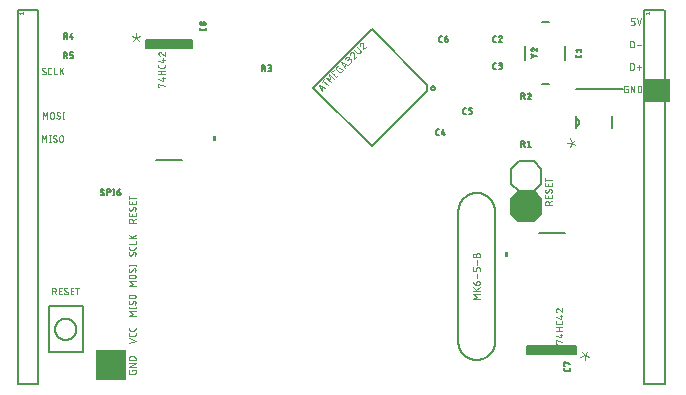
<source format=gto>
G04 EAGLE Gerber RS-274X export*
G75*
%MOMM*%
%FSLAX34Y34*%
%LPD*%
%INSilkscreen Top*%
%IPPOS*%
%AMOC8*
5,1,8,0,0,1.08239X$1,22.5*%
G01*
%ADD10C,0.050800*%
%ADD11R,2.540000X2.540000*%
%ADD12C,0.152400*%
%ADD13C,0.076200*%
%ADD14C,0.203200*%
%ADD15C,0.025400*%
%ADD16C,0.127000*%
%ADD17C,0.200000*%

G36*
X442050Y141494D02*
X442050Y141494D01*
X442141Y141501D01*
X442171Y141513D01*
X442203Y141519D01*
X442283Y141561D01*
X442367Y141597D01*
X442399Y141623D01*
X442420Y141634D01*
X442442Y141657D01*
X442498Y141702D01*
X447578Y146782D01*
X447631Y146856D01*
X447691Y146925D01*
X447703Y146955D01*
X447722Y146981D01*
X447749Y147068D01*
X447783Y147153D01*
X447787Y147194D01*
X447794Y147217D01*
X447793Y147249D01*
X447801Y147320D01*
X447801Y162560D01*
X447787Y162650D01*
X447779Y162741D01*
X447767Y162771D01*
X447762Y162803D01*
X447719Y162883D01*
X447683Y162967D01*
X447657Y162999D01*
X447646Y163020D01*
X447623Y163042D01*
X447578Y163098D01*
X442498Y168178D01*
X442424Y168231D01*
X442355Y168291D01*
X442325Y168303D01*
X442299Y168322D01*
X442212Y168349D01*
X442127Y168383D01*
X442086Y168387D01*
X442063Y168394D01*
X442031Y168393D01*
X441960Y168401D01*
X429260Y168401D01*
X429170Y168387D01*
X429079Y168379D01*
X429049Y168367D01*
X429017Y168362D01*
X428937Y168319D01*
X428853Y168283D01*
X428821Y168257D01*
X428800Y168246D01*
X428778Y168223D01*
X428722Y168178D01*
X423642Y163098D01*
X423589Y163024D01*
X423529Y162955D01*
X423517Y162925D01*
X423498Y162899D01*
X423471Y162812D01*
X423437Y162727D01*
X423433Y162686D01*
X423426Y162663D01*
X423427Y162631D01*
X423419Y162560D01*
X423419Y147320D01*
X423434Y147230D01*
X423441Y147139D01*
X423453Y147109D01*
X423459Y147077D01*
X423501Y146997D01*
X423537Y146913D01*
X423563Y146881D01*
X423574Y146860D01*
X423597Y146838D01*
X423642Y146782D01*
X428722Y141702D01*
X428796Y141649D01*
X428865Y141589D01*
X428895Y141577D01*
X428921Y141558D01*
X429008Y141531D01*
X429093Y141497D01*
X429134Y141493D01*
X429157Y141486D01*
X429189Y141487D01*
X429260Y141479D01*
X441960Y141479D01*
X442050Y141494D01*
G37*
G36*
X556915Y243082D02*
X556915Y243082D01*
X556934Y243080D01*
X557036Y243102D01*
X557138Y243119D01*
X557155Y243128D01*
X557175Y243132D01*
X557264Y243185D01*
X557355Y243234D01*
X557369Y243248D01*
X557386Y243258D01*
X557453Y243337D01*
X557525Y243412D01*
X557533Y243430D01*
X557546Y243445D01*
X557585Y243541D01*
X557628Y243635D01*
X557630Y243655D01*
X557638Y243673D01*
X557656Y243840D01*
X557656Y261620D01*
X557653Y261640D01*
X557655Y261659D01*
X557633Y261761D01*
X557617Y261863D01*
X557607Y261880D01*
X557603Y261900D01*
X557550Y261989D01*
X557501Y262080D01*
X557487Y262094D01*
X557477Y262111D01*
X557398Y262178D01*
X557323Y262250D01*
X557305Y262258D01*
X557290Y262271D01*
X557194Y262310D01*
X557100Y262353D01*
X557080Y262355D01*
X557062Y262363D01*
X556895Y262381D01*
X535940Y262381D01*
X535920Y262378D01*
X535901Y262380D01*
X535799Y262358D01*
X535697Y262342D01*
X535680Y262332D01*
X535660Y262328D01*
X535571Y262275D01*
X535480Y262226D01*
X535466Y262212D01*
X535449Y262202D01*
X535382Y262123D01*
X535311Y262048D01*
X535302Y262030D01*
X535289Y262015D01*
X535250Y261919D01*
X535207Y261825D01*
X535205Y261805D01*
X535197Y261787D01*
X535179Y261620D01*
X535179Y243840D01*
X535182Y243820D01*
X535180Y243801D01*
X535202Y243699D01*
X535219Y243597D01*
X535228Y243580D01*
X535232Y243560D01*
X535285Y243471D01*
X535334Y243380D01*
X535348Y243366D01*
X535358Y243349D01*
X535437Y243282D01*
X535512Y243211D01*
X535530Y243202D01*
X535545Y243189D01*
X535641Y243150D01*
X535735Y243107D01*
X535755Y243105D01*
X535773Y243097D01*
X535940Y243079D01*
X556895Y243079D01*
X556915Y243082D01*
G37*
G36*
X477546Y28960D02*
X477546Y28960D01*
X477572Y28958D01*
X477719Y28980D01*
X477866Y28997D01*
X477891Y29005D01*
X477917Y29009D01*
X478055Y29064D01*
X478194Y29114D01*
X478216Y29128D01*
X478241Y29138D01*
X478362Y29223D01*
X478487Y29303D01*
X478505Y29322D01*
X478527Y29337D01*
X478626Y29447D01*
X478729Y29554D01*
X478743Y29576D01*
X478760Y29596D01*
X478832Y29726D01*
X478908Y29853D01*
X478916Y29878D01*
X478929Y29901D01*
X478969Y30044D01*
X479014Y30185D01*
X479016Y30211D01*
X479024Y30236D01*
X479043Y30480D01*
X479043Y35560D01*
X479040Y35586D01*
X479042Y35612D01*
X479020Y35759D01*
X479003Y35906D01*
X478995Y35931D01*
X478991Y35957D01*
X478936Y36095D01*
X478886Y36234D01*
X478872Y36256D01*
X478862Y36281D01*
X478777Y36402D01*
X478697Y36527D01*
X478678Y36545D01*
X478663Y36567D01*
X478553Y36666D01*
X478446Y36769D01*
X478424Y36783D01*
X478404Y36800D01*
X478274Y36872D01*
X478147Y36948D01*
X478122Y36956D01*
X478099Y36969D01*
X477956Y37009D01*
X477815Y37054D01*
X477789Y37056D01*
X477764Y37064D01*
X477520Y37083D01*
X436880Y37083D01*
X436854Y37080D01*
X436828Y37082D01*
X436681Y37060D01*
X436534Y37043D01*
X436509Y37035D01*
X436483Y37031D01*
X436345Y36976D01*
X436206Y36926D01*
X436184Y36912D01*
X436159Y36902D01*
X436038Y36817D01*
X435913Y36737D01*
X435895Y36718D01*
X435873Y36703D01*
X435774Y36593D01*
X435671Y36486D01*
X435657Y36464D01*
X435640Y36444D01*
X435568Y36314D01*
X435492Y36187D01*
X435484Y36162D01*
X435471Y36139D01*
X435431Y35996D01*
X435386Y35855D01*
X435384Y35829D01*
X435376Y35804D01*
X435357Y35560D01*
X435357Y30480D01*
X435360Y30454D01*
X435358Y30428D01*
X435380Y30281D01*
X435397Y30134D01*
X435405Y30109D01*
X435409Y30083D01*
X435464Y29945D01*
X435514Y29806D01*
X435528Y29784D01*
X435538Y29759D01*
X435623Y29638D01*
X435703Y29513D01*
X435722Y29495D01*
X435737Y29473D01*
X435847Y29374D01*
X435954Y29271D01*
X435976Y29257D01*
X435996Y29240D01*
X436126Y29168D01*
X436253Y29092D01*
X436278Y29084D01*
X436301Y29071D01*
X436444Y29031D01*
X436585Y28986D01*
X436611Y28984D01*
X436636Y28976D01*
X436880Y28957D01*
X477520Y28957D01*
X477546Y28960D01*
G37*
G36*
X152426Y288040D02*
X152426Y288040D01*
X152452Y288038D01*
X152599Y288060D01*
X152746Y288077D01*
X152771Y288085D01*
X152797Y288089D01*
X152935Y288144D01*
X153074Y288194D01*
X153096Y288208D01*
X153121Y288218D01*
X153242Y288303D01*
X153367Y288383D01*
X153385Y288402D01*
X153407Y288417D01*
X153506Y288527D01*
X153609Y288634D01*
X153623Y288656D01*
X153640Y288676D01*
X153712Y288806D01*
X153788Y288933D01*
X153796Y288958D01*
X153809Y288981D01*
X153849Y289124D01*
X153894Y289265D01*
X153896Y289291D01*
X153904Y289316D01*
X153923Y289560D01*
X153923Y294640D01*
X153920Y294666D01*
X153922Y294692D01*
X153900Y294839D01*
X153883Y294986D01*
X153875Y295011D01*
X153871Y295037D01*
X153816Y295175D01*
X153766Y295314D01*
X153752Y295336D01*
X153742Y295361D01*
X153657Y295482D01*
X153577Y295607D01*
X153558Y295625D01*
X153543Y295647D01*
X153433Y295746D01*
X153326Y295849D01*
X153304Y295863D01*
X153284Y295880D01*
X153154Y295952D01*
X153027Y296028D01*
X153002Y296036D01*
X152979Y296049D01*
X152836Y296089D01*
X152695Y296134D01*
X152669Y296136D01*
X152644Y296144D01*
X152400Y296163D01*
X114300Y296163D01*
X114274Y296160D01*
X114248Y296162D01*
X114101Y296140D01*
X113954Y296123D01*
X113929Y296115D01*
X113903Y296111D01*
X113765Y296056D01*
X113626Y296006D01*
X113604Y295992D01*
X113579Y295982D01*
X113458Y295897D01*
X113333Y295817D01*
X113315Y295798D01*
X113293Y295783D01*
X113194Y295673D01*
X113091Y295566D01*
X113077Y295544D01*
X113060Y295524D01*
X112988Y295394D01*
X112912Y295267D01*
X112904Y295242D01*
X112891Y295219D01*
X112851Y295076D01*
X112806Y294935D01*
X112804Y294909D01*
X112796Y294884D01*
X112777Y294640D01*
X112777Y289560D01*
X112780Y289534D01*
X112778Y289508D01*
X112800Y289361D01*
X112817Y289214D01*
X112825Y289189D01*
X112829Y289163D01*
X112884Y289025D01*
X112934Y288886D01*
X112948Y288864D01*
X112958Y288839D01*
X113043Y288718D01*
X113123Y288593D01*
X113142Y288575D01*
X113157Y288553D01*
X113267Y288454D01*
X113374Y288351D01*
X113396Y288337D01*
X113416Y288320D01*
X113546Y288248D01*
X113673Y288172D01*
X113698Y288164D01*
X113721Y288151D01*
X113864Y288111D01*
X114005Y288066D01*
X114031Y288064D01*
X114056Y288056D01*
X114300Y288037D01*
X152400Y288037D01*
X152426Y288040D01*
G37*
G36*
X172976Y210060D02*
X172976Y210060D01*
X172978Y210059D01*
X173021Y210079D01*
X173065Y210097D01*
X173065Y210099D01*
X173067Y210100D01*
X173100Y210185D01*
X173100Y213995D01*
X173099Y213997D01*
X173100Y213999D01*
X173080Y214042D01*
X173062Y214086D01*
X173060Y214086D01*
X173059Y214088D01*
X172974Y214121D01*
X170434Y214121D01*
X170432Y214120D01*
X170430Y214121D01*
X170387Y214101D01*
X170343Y214083D01*
X170343Y214081D01*
X170341Y214080D01*
X170308Y213995D01*
X170308Y210185D01*
X170309Y210183D01*
X170308Y210181D01*
X170328Y210138D01*
X170346Y210094D01*
X170348Y210094D01*
X170349Y210092D01*
X170434Y210059D01*
X172974Y210059D01*
X172976Y210060D01*
G37*
G36*
X420118Y112270D02*
X420118Y112270D01*
X420120Y112269D01*
X420163Y112289D01*
X420207Y112307D01*
X420207Y112309D01*
X420209Y112310D01*
X420242Y112395D01*
X420242Y116205D01*
X420241Y116207D01*
X420242Y116209D01*
X420222Y116252D01*
X420204Y116296D01*
X420202Y116296D01*
X420201Y116298D01*
X420116Y116331D01*
X417576Y116331D01*
X417574Y116330D01*
X417572Y116331D01*
X417529Y116311D01*
X417485Y116293D01*
X417485Y116291D01*
X417483Y116290D01*
X417450Y116205D01*
X417450Y112395D01*
X417451Y112393D01*
X417450Y112391D01*
X417470Y112348D01*
X417488Y112304D01*
X417490Y112304D01*
X417491Y112302D01*
X417576Y112269D01*
X420116Y112269D01*
X420118Y112270D01*
G37*
D10*
X524245Y308356D02*
X526107Y308356D01*
X526177Y308358D01*
X526246Y308364D01*
X526315Y308374D01*
X526383Y308387D01*
X526451Y308405D01*
X526517Y308426D01*
X526582Y308451D01*
X526646Y308479D01*
X526708Y308511D01*
X526768Y308546D01*
X526826Y308585D01*
X526881Y308627D01*
X526935Y308672D01*
X526985Y308720D01*
X527033Y308770D01*
X527078Y308824D01*
X527120Y308879D01*
X527159Y308937D01*
X527194Y308997D01*
X527226Y309059D01*
X527254Y309123D01*
X527279Y309188D01*
X527300Y309254D01*
X527318Y309322D01*
X527331Y309390D01*
X527341Y309459D01*
X527347Y309528D01*
X527349Y309598D01*
X527349Y310219D01*
X527347Y310289D01*
X527341Y310358D01*
X527331Y310427D01*
X527318Y310495D01*
X527300Y310563D01*
X527279Y310629D01*
X527254Y310694D01*
X527226Y310758D01*
X527194Y310820D01*
X527159Y310880D01*
X527120Y310938D01*
X527078Y310993D01*
X527033Y311047D01*
X526985Y311097D01*
X526935Y311145D01*
X526881Y311190D01*
X526826Y311232D01*
X526768Y311271D01*
X526708Y311306D01*
X526646Y311338D01*
X526582Y311366D01*
X526517Y311391D01*
X526451Y311412D01*
X526383Y311430D01*
X526315Y311443D01*
X526246Y311453D01*
X526177Y311459D01*
X526107Y311461D01*
X526107Y311460D02*
X524245Y311460D01*
X524245Y313944D01*
X527349Y313944D01*
X529421Y313944D02*
X531283Y308356D01*
X533146Y313944D01*
X523696Y294894D02*
X523696Y289306D01*
X523696Y294894D02*
X525248Y294894D01*
X525324Y294892D01*
X525400Y294887D01*
X525476Y294877D01*
X525551Y294864D01*
X525625Y294847D01*
X525699Y294827D01*
X525771Y294803D01*
X525842Y294776D01*
X525912Y294745D01*
X525980Y294711D01*
X526046Y294673D01*
X526110Y294632D01*
X526173Y294589D01*
X526233Y294542D01*
X526290Y294492D01*
X526345Y294439D01*
X526398Y294384D01*
X526448Y294327D01*
X526495Y294267D01*
X526538Y294204D01*
X526579Y294140D01*
X526617Y294074D01*
X526651Y294006D01*
X526682Y293936D01*
X526709Y293865D01*
X526733Y293792D01*
X526753Y293719D01*
X526770Y293645D01*
X526783Y293570D01*
X526793Y293494D01*
X526798Y293418D01*
X526800Y293342D01*
X526801Y293342D02*
X526801Y290858D01*
X526800Y290858D02*
X526798Y290779D01*
X526792Y290701D01*
X526782Y290623D01*
X526768Y290546D01*
X526750Y290469D01*
X526729Y290393D01*
X526703Y290319D01*
X526674Y290246D01*
X526641Y290175D01*
X526605Y290105D01*
X526565Y290037D01*
X526522Y289971D01*
X526475Y289908D01*
X526426Y289847D01*
X526373Y289789D01*
X526317Y289733D01*
X526259Y289680D01*
X526198Y289631D01*
X526135Y289584D01*
X526069Y289541D01*
X526001Y289501D01*
X525932Y289465D01*
X525860Y289432D01*
X525787Y289403D01*
X525713Y289377D01*
X525637Y289356D01*
X525560Y289338D01*
X525483Y289324D01*
X525405Y289314D01*
X525327Y289308D01*
X525248Y289306D01*
X523696Y289306D01*
X529421Y291479D02*
X533146Y291479D01*
X523696Y275844D02*
X523696Y270256D01*
X523696Y275844D02*
X525248Y275844D01*
X525324Y275842D01*
X525400Y275837D01*
X525476Y275827D01*
X525551Y275814D01*
X525625Y275797D01*
X525699Y275777D01*
X525771Y275753D01*
X525842Y275726D01*
X525912Y275695D01*
X525980Y275661D01*
X526046Y275623D01*
X526110Y275582D01*
X526173Y275539D01*
X526233Y275492D01*
X526290Y275442D01*
X526345Y275389D01*
X526398Y275334D01*
X526448Y275277D01*
X526495Y275217D01*
X526538Y275154D01*
X526579Y275090D01*
X526617Y275024D01*
X526651Y274956D01*
X526682Y274886D01*
X526709Y274815D01*
X526733Y274742D01*
X526753Y274669D01*
X526770Y274595D01*
X526783Y274520D01*
X526793Y274444D01*
X526798Y274368D01*
X526800Y274292D01*
X526801Y274292D02*
X526801Y271808D01*
X526800Y271808D02*
X526798Y271729D01*
X526792Y271651D01*
X526782Y271573D01*
X526768Y271496D01*
X526750Y271419D01*
X526729Y271343D01*
X526703Y271269D01*
X526674Y271196D01*
X526641Y271125D01*
X526605Y271055D01*
X526565Y270987D01*
X526522Y270921D01*
X526475Y270858D01*
X526426Y270797D01*
X526373Y270739D01*
X526317Y270683D01*
X526259Y270630D01*
X526198Y270581D01*
X526135Y270534D01*
X526069Y270491D01*
X526001Y270451D01*
X525932Y270415D01*
X525860Y270382D01*
X525787Y270353D01*
X525713Y270327D01*
X525637Y270306D01*
X525560Y270288D01*
X525483Y270274D01*
X525405Y270264D01*
X525327Y270258D01*
X525248Y270256D01*
X523696Y270256D01*
X529421Y272429D02*
X533146Y272429D01*
X531283Y270566D02*
X531283Y274292D01*
X521442Y254310D02*
X520510Y254310D01*
X521442Y254310D02*
X521442Y251206D01*
X519579Y251206D01*
X519509Y251208D01*
X519440Y251214D01*
X519371Y251224D01*
X519303Y251237D01*
X519235Y251255D01*
X519169Y251276D01*
X519104Y251301D01*
X519040Y251329D01*
X518978Y251361D01*
X518918Y251396D01*
X518860Y251435D01*
X518805Y251477D01*
X518751Y251522D01*
X518701Y251570D01*
X518653Y251620D01*
X518608Y251674D01*
X518566Y251729D01*
X518527Y251787D01*
X518492Y251847D01*
X518460Y251909D01*
X518432Y251973D01*
X518407Y252038D01*
X518386Y252104D01*
X518368Y252172D01*
X518355Y252240D01*
X518345Y252309D01*
X518339Y252378D01*
X518337Y252448D01*
X518337Y255552D01*
X518339Y255622D01*
X518345Y255691D01*
X518355Y255760D01*
X518368Y255828D01*
X518386Y255896D01*
X518407Y255962D01*
X518432Y256027D01*
X518460Y256091D01*
X518492Y256153D01*
X518527Y256213D01*
X518566Y256271D01*
X518608Y256326D01*
X518653Y256380D01*
X518701Y256430D01*
X518751Y256478D01*
X518805Y256523D01*
X518860Y256565D01*
X518918Y256604D01*
X518978Y256639D01*
X519040Y256671D01*
X519104Y256699D01*
X519169Y256724D01*
X519235Y256745D01*
X519303Y256763D01*
X519371Y256776D01*
X519440Y256786D01*
X519509Y256792D01*
X519579Y256794D01*
X521442Y256794D01*
X524189Y256794D02*
X524189Y251206D01*
X527294Y251206D02*
X524189Y256794D01*
X527294Y256794D02*
X527294Y251206D01*
X530042Y251206D02*
X530042Y256794D01*
X531594Y256794D01*
X531670Y256792D01*
X531746Y256787D01*
X531822Y256777D01*
X531897Y256764D01*
X531971Y256747D01*
X532045Y256727D01*
X532117Y256703D01*
X532188Y256676D01*
X532258Y256645D01*
X532326Y256611D01*
X532392Y256573D01*
X532456Y256532D01*
X532519Y256489D01*
X532579Y256442D01*
X532636Y256392D01*
X532691Y256339D01*
X532744Y256284D01*
X532794Y256227D01*
X532841Y256167D01*
X532884Y256104D01*
X532925Y256040D01*
X532963Y255974D01*
X532997Y255906D01*
X533028Y255836D01*
X533055Y255765D01*
X533079Y255692D01*
X533099Y255619D01*
X533116Y255545D01*
X533129Y255470D01*
X533139Y255394D01*
X533144Y255318D01*
X533146Y255242D01*
X533146Y252758D01*
X533144Y252679D01*
X533138Y252601D01*
X533128Y252523D01*
X533114Y252446D01*
X533096Y252369D01*
X533075Y252293D01*
X533049Y252219D01*
X533020Y252146D01*
X532987Y252075D01*
X532951Y252005D01*
X532911Y251937D01*
X532868Y251871D01*
X532821Y251808D01*
X532772Y251747D01*
X532719Y251689D01*
X532663Y251633D01*
X532605Y251580D01*
X532544Y251531D01*
X532481Y251484D01*
X532415Y251441D01*
X532347Y251401D01*
X532278Y251365D01*
X532206Y251332D01*
X532133Y251303D01*
X532059Y251277D01*
X531983Y251256D01*
X531906Y251238D01*
X531829Y251224D01*
X531751Y251214D01*
X531673Y251208D01*
X531594Y251206D01*
X530042Y251206D01*
X28759Y267688D02*
X28757Y267618D01*
X28751Y267549D01*
X28741Y267480D01*
X28728Y267412D01*
X28710Y267344D01*
X28689Y267278D01*
X28664Y267213D01*
X28636Y267149D01*
X28604Y267087D01*
X28569Y267027D01*
X28530Y266969D01*
X28488Y266914D01*
X28443Y266860D01*
X28395Y266810D01*
X28345Y266762D01*
X28291Y266717D01*
X28236Y266675D01*
X28178Y266636D01*
X28118Y266601D01*
X28056Y266569D01*
X27992Y266541D01*
X27927Y266516D01*
X27861Y266495D01*
X27793Y266477D01*
X27725Y266464D01*
X27656Y266454D01*
X27587Y266448D01*
X27517Y266446D01*
X27418Y266448D01*
X27320Y266453D01*
X27222Y266463D01*
X27124Y266476D01*
X27027Y266492D01*
X26930Y266512D01*
X26835Y266536D01*
X26740Y266564D01*
X26646Y266595D01*
X26554Y266629D01*
X26463Y266667D01*
X26373Y266708D01*
X26285Y266753D01*
X26199Y266801D01*
X26115Y266852D01*
X26033Y266906D01*
X25952Y266964D01*
X25874Y267024D01*
X25799Y267087D01*
X25725Y267153D01*
X25655Y267222D01*
X25809Y270792D02*
X25811Y270862D01*
X25817Y270931D01*
X25827Y271000D01*
X25840Y271068D01*
X25858Y271136D01*
X25879Y271202D01*
X25904Y271267D01*
X25932Y271331D01*
X25964Y271393D01*
X25999Y271453D01*
X26038Y271511D01*
X26080Y271566D01*
X26125Y271620D01*
X26173Y271670D01*
X26223Y271718D01*
X26277Y271763D01*
X26332Y271805D01*
X26390Y271844D01*
X26450Y271879D01*
X26512Y271911D01*
X26576Y271939D01*
X26641Y271964D01*
X26707Y271985D01*
X26775Y272003D01*
X26843Y272016D01*
X26912Y272026D01*
X26981Y272032D01*
X27051Y272034D01*
X27145Y272032D01*
X27238Y272026D01*
X27331Y272017D01*
X27424Y272004D01*
X27516Y271987D01*
X27607Y271967D01*
X27698Y271942D01*
X27787Y271915D01*
X27875Y271883D01*
X27962Y271848D01*
X28048Y271810D01*
X28131Y271768D01*
X28213Y271723D01*
X28294Y271675D01*
X28372Y271623D01*
X28448Y271568D01*
X26430Y269706D02*
X26371Y269742D01*
X26315Y269782D01*
X26261Y269825D01*
X26209Y269870D01*
X26160Y269919D01*
X26114Y269970D01*
X26071Y270023D01*
X26030Y270079D01*
X25993Y270137D01*
X25958Y270197D01*
X25928Y270258D01*
X25900Y270321D01*
X25876Y270386D01*
X25856Y270452D01*
X25839Y270519D01*
X25826Y270586D01*
X25817Y270654D01*
X25811Y270723D01*
X25809Y270792D01*
X28137Y268774D02*
X28196Y268738D01*
X28252Y268698D01*
X28306Y268655D01*
X28358Y268610D01*
X28407Y268561D01*
X28453Y268510D01*
X28496Y268457D01*
X28537Y268401D01*
X28574Y268343D01*
X28609Y268283D01*
X28639Y268222D01*
X28667Y268159D01*
X28691Y268094D01*
X28711Y268028D01*
X28728Y267961D01*
X28741Y267894D01*
X28750Y267826D01*
X28756Y267757D01*
X28758Y267688D01*
X28138Y268774D02*
X26430Y269706D01*
X32183Y266446D02*
X33425Y266446D01*
X32183Y266446D02*
X32113Y266448D01*
X32044Y266454D01*
X31975Y266464D01*
X31907Y266477D01*
X31839Y266495D01*
X31773Y266516D01*
X31708Y266541D01*
X31644Y266569D01*
X31582Y266601D01*
X31522Y266636D01*
X31464Y266675D01*
X31409Y266717D01*
X31355Y266762D01*
X31305Y266810D01*
X31257Y266860D01*
X31212Y266914D01*
X31170Y266969D01*
X31131Y267027D01*
X31096Y267087D01*
X31064Y267149D01*
X31036Y267213D01*
X31011Y267278D01*
X30990Y267344D01*
X30972Y267412D01*
X30959Y267480D01*
X30949Y267549D01*
X30943Y267618D01*
X30941Y267688D01*
X30941Y270792D01*
X30943Y270862D01*
X30949Y270931D01*
X30959Y271000D01*
X30972Y271068D01*
X30990Y271136D01*
X31011Y271202D01*
X31036Y271267D01*
X31064Y271331D01*
X31096Y271393D01*
X31131Y271453D01*
X31170Y271511D01*
X31212Y271566D01*
X31257Y271620D01*
X31305Y271670D01*
X31355Y271718D01*
X31409Y271763D01*
X31464Y271805D01*
X31522Y271844D01*
X31582Y271879D01*
X31644Y271911D01*
X31708Y271939D01*
X31773Y271964D01*
X31839Y271985D01*
X31907Y272003D01*
X31975Y272016D01*
X32044Y272026D01*
X32113Y272032D01*
X32183Y272034D01*
X33425Y272034D01*
X35723Y272034D02*
X35723Y266446D01*
X38207Y266446D01*
X40550Y266446D02*
X40550Y272034D01*
X43655Y272034D02*
X40550Y268619D01*
X41792Y269861D02*
X43655Y266446D01*
X26289Y234569D02*
X26289Y228981D01*
X28152Y231465D02*
X26289Y234569D01*
X28152Y231465D02*
X30014Y234569D01*
X30014Y228981D01*
X32634Y230533D02*
X32634Y233017D01*
X32635Y233017D02*
X32637Y233094D01*
X32643Y233172D01*
X32652Y233248D01*
X32666Y233325D01*
X32683Y233400D01*
X32704Y233474D01*
X32729Y233548D01*
X32757Y233620D01*
X32789Y233690D01*
X32824Y233759D01*
X32863Y233826D01*
X32905Y233891D01*
X32950Y233954D01*
X32998Y234015D01*
X33049Y234073D01*
X33103Y234128D01*
X33160Y234181D01*
X33219Y234230D01*
X33281Y234277D01*
X33345Y234321D01*
X33411Y234361D01*
X33479Y234398D01*
X33549Y234432D01*
X33620Y234462D01*
X33693Y234488D01*
X33767Y234511D01*
X33842Y234530D01*
X33917Y234545D01*
X33994Y234557D01*
X34071Y234565D01*
X34148Y234569D01*
X34226Y234569D01*
X34303Y234565D01*
X34380Y234557D01*
X34457Y234545D01*
X34532Y234530D01*
X34607Y234511D01*
X34681Y234488D01*
X34754Y234462D01*
X34825Y234432D01*
X34895Y234398D01*
X34963Y234361D01*
X35029Y234321D01*
X35093Y234277D01*
X35155Y234230D01*
X35214Y234181D01*
X35271Y234128D01*
X35325Y234073D01*
X35376Y234015D01*
X35424Y233954D01*
X35469Y233891D01*
X35511Y233826D01*
X35550Y233759D01*
X35585Y233690D01*
X35617Y233620D01*
X35645Y233548D01*
X35670Y233474D01*
X35691Y233400D01*
X35708Y233325D01*
X35722Y233248D01*
X35731Y233172D01*
X35737Y233094D01*
X35739Y233017D01*
X35739Y230533D01*
X35737Y230456D01*
X35731Y230378D01*
X35722Y230302D01*
X35708Y230225D01*
X35691Y230150D01*
X35670Y230076D01*
X35645Y230002D01*
X35617Y229930D01*
X35585Y229860D01*
X35550Y229791D01*
X35511Y229724D01*
X35469Y229659D01*
X35424Y229596D01*
X35376Y229535D01*
X35325Y229477D01*
X35271Y229422D01*
X35214Y229369D01*
X35155Y229320D01*
X35093Y229273D01*
X35029Y229229D01*
X34963Y229189D01*
X34895Y229152D01*
X34825Y229118D01*
X34754Y229088D01*
X34681Y229062D01*
X34607Y229039D01*
X34532Y229020D01*
X34457Y229005D01*
X34380Y228993D01*
X34303Y228985D01*
X34226Y228981D01*
X34148Y228981D01*
X34071Y228985D01*
X33994Y228993D01*
X33917Y229005D01*
X33842Y229020D01*
X33767Y229039D01*
X33693Y229062D01*
X33620Y229088D01*
X33549Y229118D01*
X33479Y229152D01*
X33411Y229189D01*
X33345Y229229D01*
X33281Y229273D01*
X33219Y229320D01*
X33160Y229369D01*
X33103Y229422D01*
X33049Y229477D01*
X32998Y229535D01*
X32950Y229596D01*
X32905Y229659D01*
X32863Y229724D01*
X32824Y229791D01*
X32789Y229860D01*
X32757Y229930D01*
X32729Y230002D01*
X32704Y230076D01*
X32683Y230150D01*
X32666Y230225D01*
X32652Y230302D01*
X32643Y230378D01*
X32637Y230456D01*
X32635Y230533D01*
X39801Y228981D02*
X39871Y228983D01*
X39940Y228989D01*
X40009Y228999D01*
X40077Y229012D01*
X40145Y229030D01*
X40211Y229051D01*
X40276Y229076D01*
X40340Y229104D01*
X40402Y229136D01*
X40462Y229171D01*
X40520Y229210D01*
X40575Y229252D01*
X40629Y229297D01*
X40679Y229345D01*
X40727Y229395D01*
X40772Y229449D01*
X40814Y229504D01*
X40853Y229562D01*
X40888Y229622D01*
X40920Y229684D01*
X40948Y229748D01*
X40973Y229813D01*
X40994Y229879D01*
X41012Y229947D01*
X41025Y230015D01*
X41035Y230084D01*
X41041Y230153D01*
X41043Y230223D01*
X39801Y228981D02*
X39702Y228983D01*
X39604Y228988D01*
X39506Y228998D01*
X39408Y229011D01*
X39311Y229027D01*
X39214Y229047D01*
X39119Y229071D01*
X39024Y229099D01*
X38930Y229130D01*
X38838Y229164D01*
X38747Y229202D01*
X38657Y229243D01*
X38569Y229288D01*
X38483Y229336D01*
X38399Y229387D01*
X38317Y229441D01*
X38236Y229499D01*
X38158Y229559D01*
X38083Y229622D01*
X38009Y229688D01*
X37939Y229757D01*
X38093Y233327D02*
X38095Y233397D01*
X38101Y233466D01*
X38111Y233535D01*
X38124Y233603D01*
X38142Y233671D01*
X38163Y233737D01*
X38188Y233802D01*
X38216Y233866D01*
X38248Y233928D01*
X38283Y233988D01*
X38322Y234046D01*
X38364Y234101D01*
X38409Y234155D01*
X38457Y234205D01*
X38507Y234253D01*
X38561Y234298D01*
X38616Y234340D01*
X38674Y234379D01*
X38734Y234414D01*
X38796Y234446D01*
X38860Y234474D01*
X38925Y234499D01*
X38991Y234520D01*
X39059Y234538D01*
X39127Y234551D01*
X39196Y234561D01*
X39265Y234567D01*
X39335Y234569D01*
X39429Y234567D01*
X39522Y234561D01*
X39615Y234552D01*
X39708Y234539D01*
X39800Y234522D01*
X39891Y234502D01*
X39982Y234477D01*
X40071Y234450D01*
X40159Y234418D01*
X40246Y234383D01*
X40332Y234345D01*
X40415Y234303D01*
X40497Y234258D01*
X40578Y234210D01*
X40656Y234158D01*
X40732Y234103D01*
X38714Y232241D02*
X38655Y232277D01*
X38599Y232317D01*
X38545Y232360D01*
X38493Y232405D01*
X38444Y232454D01*
X38398Y232505D01*
X38355Y232558D01*
X38314Y232614D01*
X38277Y232672D01*
X38242Y232732D01*
X38212Y232793D01*
X38184Y232856D01*
X38160Y232921D01*
X38140Y232987D01*
X38123Y233054D01*
X38110Y233121D01*
X38101Y233189D01*
X38095Y233258D01*
X38093Y233327D01*
X40421Y231309D02*
X40480Y231273D01*
X40536Y231233D01*
X40590Y231190D01*
X40642Y231145D01*
X40691Y231096D01*
X40737Y231045D01*
X40780Y230992D01*
X40821Y230936D01*
X40858Y230878D01*
X40893Y230818D01*
X40923Y230757D01*
X40951Y230694D01*
X40975Y230629D01*
X40995Y230563D01*
X41012Y230496D01*
X41025Y230429D01*
X41034Y230361D01*
X41040Y230292D01*
X41042Y230223D01*
X40422Y231309D02*
X38714Y232241D01*
X43696Y234569D02*
X43696Y228981D01*
X43076Y228981D02*
X44317Y228981D01*
X44317Y234569D02*
X43076Y234569D01*
X25654Y214884D02*
X25654Y209296D01*
X27517Y211780D02*
X25654Y214884D01*
X27517Y211780D02*
X29379Y214884D01*
X29379Y209296D01*
X32454Y209296D02*
X32454Y214884D01*
X31834Y209296D02*
X33075Y209296D01*
X33075Y214884D02*
X31834Y214884D01*
X36971Y209296D02*
X37041Y209298D01*
X37110Y209304D01*
X37179Y209314D01*
X37247Y209327D01*
X37315Y209345D01*
X37381Y209366D01*
X37446Y209391D01*
X37510Y209419D01*
X37572Y209451D01*
X37632Y209486D01*
X37690Y209525D01*
X37745Y209567D01*
X37799Y209612D01*
X37849Y209660D01*
X37897Y209710D01*
X37942Y209764D01*
X37984Y209819D01*
X38023Y209877D01*
X38058Y209937D01*
X38090Y209999D01*
X38118Y210063D01*
X38143Y210128D01*
X38164Y210194D01*
X38182Y210262D01*
X38195Y210330D01*
X38205Y210399D01*
X38211Y210468D01*
X38213Y210538D01*
X36971Y209296D02*
X36872Y209298D01*
X36774Y209303D01*
X36676Y209313D01*
X36578Y209326D01*
X36481Y209342D01*
X36384Y209362D01*
X36289Y209386D01*
X36194Y209414D01*
X36100Y209445D01*
X36008Y209479D01*
X35917Y209517D01*
X35827Y209558D01*
X35739Y209603D01*
X35653Y209651D01*
X35569Y209702D01*
X35487Y209756D01*
X35406Y209814D01*
X35328Y209874D01*
X35253Y209937D01*
X35179Y210003D01*
X35109Y210072D01*
X35263Y213642D02*
X35265Y213712D01*
X35271Y213781D01*
X35281Y213850D01*
X35294Y213918D01*
X35312Y213986D01*
X35333Y214052D01*
X35358Y214117D01*
X35386Y214181D01*
X35418Y214243D01*
X35453Y214303D01*
X35492Y214361D01*
X35534Y214416D01*
X35579Y214470D01*
X35627Y214520D01*
X35677Y214568D01*
X35731Y214613D01*
X35786Y214655D01*
X35844Y214694D01*
X35904Y214729D01*
X35966Y214761D01*
X36030Y214789D01*
X36095Y214814D01*
X36161Y214835D01*
X36229Y214853D01*
X36297Y214866D01*
X36366Y214876D01*
X36435Y214882D01*
X36505Y214884D01*
X36599Y214882D01*
X36692Y214876D01*
X36785Y214867D01*
X36878Y214854D01*
X36970Y214837D01*
X37061Y214817D01*
X37152Y214792D01*
X37241Y214765D01*
X37329Y214733D01*
X37416Y214698D01*
X37502Y214660D01*
X37585Y214618D01*
X37667Y214573D01*
X37748Y214525D01*
X37826Y214473D01*
X37902Y214418D01*
X35885Y212556D02*
X35826Y212592D01*
X35770Y212632D01*
X35716Y212675D01*
X35664Y212720D01*
X35615Y212769D01*
X35569Y212820D01*
X35526Y212873D01*
X35485Y212929D01*
X35448Y212987D01*
X35413Y213047D01*
X35383Y213108D01*
X35355Y213171D01*
X35331Y213236D01*
X35311Y213302D01*
X35294Y213369D01*
X35281Y213436D01*
X35272Y213504D01*
X35266Y213573D01*
X35264Y213642D01*
X37592Y211624D02*
X37651Y211588D01*
X37707Y211548D01*
X37761Y211505D01*
X37813Y211460D01*
X37862Y211411D01*
X37908Y211360D01*
X37951Y211307D01*
X37992Y211251D01*
X38029Y211193D01*
X38064Y211133D01*
X38094Y211072D01*
X38122Y211009D01*
X38146Y210944D01*
X38166Y210878D01*
X38183Y210811D01*
X38196Y210744D01*
X38205Y210676D01*
X38211Y210607D01*
X38213Y210538D01*
X37592Y211624D02*
X35885Y212556D01*
X40412Y213332D02*
X40412Y210848D01*
X40412Y213332D02*
X40414Y213409D01*
X40420Y213487D01*
X40429Y213563D01*
X40443Y213640D01*
X40460Y213715D01*
X40481Y213789D01*
X40506Y213863D01*
X40534Y213935D01*
X40566Y214005D01*
X40601Y214074D01*
X40640Y214141D01*
X40682Y214206D01*
X40727Y214269D01*
X40775Y214330D01*
X40826Y214388D01*
X40880Y214443D01*
X40937Y214496D01*
X40996Y214545D01*
X41058Y214592D01*
X41122Y214636D01*
X41188Y214676D01*
X41256Y214713D01*
X41326Y214747D01*
X41397Y214777D01*
X41470Y214803D01*
X41544Y214826D01*
X41619Y214845D01*
X41694Y214860D01*
X41771Y214872D01*
X41848Y214880D01*
X41925Y214884D01*
X42003Y214884D01*
X42080Y214880D01*
X42157Y214872D01*
X42234Y214860D01*
X42309Y214845D01*
X42384Y214826D01*
X42458Y214803D01*
X42531Y214777D01*
X42602Y214747D01*
X42672Y214713D01*
X42740Y214676D01*
X42806Y214636D01*
X42870Y214592D01*
X42932Y214545D01*
X42991Y214496D01*
X43048Y214443D01*
X43102Y214388D01*
X43153Y214330D01*
X43201Y214269D01*
X43246Y214206D01*
X43288Y214141D01*
X43327Y214074D01*
X43362Y214005D01*
X43394Y213935D01*
X43422Y213863D01*
X43447Y213789D01*
X43468Y213715D01*
X43485Y213640D01*
X43499Y213563D01*
X43508Y213487D01*
X43514Y213409D01*
X43516Y213332D01*
X43516Y210848D01*
X43514Y210771D01*
X43508Y210693D01*
X43499Y210617D01*
X43485Y210540D01*
X43468Y210465D01*
X43447Y210391D01*
X43422Y210317D01*
X43394Y210245D01*
X43362Y210175D01*
X43327Y210106D01*
X43288Y210039D01*
X43246Y209974D01*
X43201Y209911D01*
X43153Y209850D01*
X43102Y209792D01*
X43048Y209737D01*
X42991Y209684D01*
X42932Y209635D01*
X42870Y209588D01*
X42806Y209544D01*
X42740Y209504D01*
X42672Y209467D01*
X42602Y209433D01*
X42531Y209403D01*
X42458Y209377D01*
X42384Y209354D01*
X42309Y209335D01*
X42234Y209320D01*
X42157Y209308D01*
X42080Y209300D01*
X42003Y209296D01*
X41925Y209296D01*
X41848Y209300D01*
X41771Y209308D01*
X41694Y209320D01*
X41619Y209335D01*
X41544Y209354D01*
X41470Y209377D01*
X41397Y209403D01*
X41326Y209433D01*
X41256Y209467D01*
X41188Y209504D01*
X41122Y209544D01*
X41058Y209588D01*
X40996Y209635D01*
X40937Y209684D01*
X40880Y209737D01*
X40826Y209792D01*
X40775Y209850D01*
X40727Y209911D01*
X40682Y209974D01*
X40640Y210039D01*
X40601Y210106D01*
X40566Y210175D01*
X40534Y210245D01*
X40506Y210317D01*
X40481Y210391D01*
X40460Y210465D01*
X40443Y210540D01*
X40429Y210617D01*
X40420Y210693D01*
X40414Y210771D01*
X40412Y210848D01*
X451739Y156230D02*
X457327Y156230D01*
X451739Y156230D02*
X451739Y157783D01*
X451741Y157860D01*
X451747Y157938D01*
X451756Y158014D01*
X451770Y158091D01*
X451787Y158166D01*
X451808Y158240D01*
X451833Y158314D01*
X451861Y158386D01*
X451893Y158456D01*
X451928Y158525D01*
X451967Y158592D01*
X452009Y158657D01*
X452054Y158720D01*
X452102Y158781D01*
X452153Y158839D01*
X452207Y158894D01*
X452264Y158947D01*
X452323Y158996D01*
X452385Y159043D01*
X452449Y159087D01*
X452515Y159127D01*
X452583Y159164D01*
X452653Y159198D01*
X452724Y159228D01*
X452797Y159254D01*
X452871Y159277D01*
X452946Y159296D01*
X453021Y159311D01*
X453098Y159323D01*
X453175Y159331D01*
X453252Y159335D01*
X453330Y159335D01*
X453407Y159331D01*
X453484Y159323D01*
X453561Y159311D01*
X453636Y159296D01*
X453711Y159277D01*
X453785Y159254D01*
X453858Y159228D01*
X453929Y159198D01*
X453999Y159164D01*
X454067Y159127D01*
X454133Y159087D01*
X454197Y159043D01*
X454259Y158996D01*
X454318Y158947D01*
X454375Y158894D01*
X454429Y158839D01*
X454480Y158781D01*
X454528Y158720D01*
X454573Y158657D01*
X454615Y158592D01*
X454654Y158525D01*
X454689Y158456D01*
X454721Y158386D01*
X454749Y158314D01*
X454774Y158240D01*
X454795Y158166D01*
X454812Y158091D01*
X454826Y158014D01*
X454835Y157938D01*
X454841Y157860D01*
X454843Y157783D01*
X454843Y156230D01*
X454843Y158093D02*
X457327Y159335D01*
X457327Y161875D02*
X457327Y164358D01*
X457327Y161875D02*
X451739Y161875D01*
X451739Y164358D01*
X454223Y163737D02*
X454223Y161875D01*
X457327Y168115D02*
X457325Y168185D01*
X457319Y168254D01*
X457309Y168323D01*
X457296Y168391D01*
X457278Y168459D01*
X457257Y168525D01*
X457232Y168590D01*
X457204Y168654D01*
X457172Y168716D01*
X457137Y168776D01*
X457098Y168834D01*
X457056Y168889D01*
X457011Y168943D01*
X456963Y168993D01*
X456913Y169041D01*
X456859Y169086D01*
X456804Y169128D01*
X456746Y169167D01*
X456686Y169202D01*
X456624Y169234D01*
X456560Y169262D01*
X456495Y169287D01*
X456429Y169308D01*
X456361Y169326D01*
X456293Y169339D01*
X456224Y169349D01*
X456155Y169355D01*
X456085Y169357D01*
X457327Y168115D02*
X457325Y168016D01*
X457320Y167918D01*
X457310Y167820D01*
X457297Y167722D01*
X457281Y167625D01*
X457261Y167528D01*
X457237Y167433D01*
X457209Y167338D01*
X457178Y167244D01*
X457144Y167152D01*
X457106Y167061D01*
X457065Y166971D01*
X457020Y166883D01*
X456972Y166797D01*
X456921Y166713D01*
X456867Y166631D01*
X456809Y166550D01*
X456749Y166472D01*
X456686Y166397D01*
X456620Y166323D01*
X456551Y166253D01*
X452981Y166408D02*
X452911Y166410D01*
X452842Y166416D01*
X452773Y166426D01*
X452705Y166439D01*
X452637Y166457D01*
X452571Y166478D01*
X452506Y166503D01*
X452442Y166531D01*
X452380Y166563D01*
X452320Y166598D01*
X452262Y166637D01*
X452207Y166679D01*
X452153Y166724D01*
X452103Y166772D01*
X452055Y166822D01*
X452010Y166876D01*
X451968Y166931D01*
X451929Y166989D01*
X451894Y167049D01*
X451862Y167111D01*
X451834Y167175D01*
X451809Y167240D01*
X451788Y167306D01*
X451770Y167374D01*
X451757Y167442D01*
X451747Y167511D01*
X451741Y167580D01*
X451739Y167650D01*
X451741Y167744D01*
X451747Y167837D01*
X451756Y167930D01*
X451769Y168023D01*
X451786Y168115D01*
X451806Y168206D01*
X451831Y168297D01*
X451858Y168386D01*
X451890Y168474D01*
X451925Y168561D01*
X451963Y168647D01*
X452005Y168730D01*
X452050Y168813D01*
X452098Y168893D01*
X452150Y168971D01*
X452205Y169047D01*
X454067Y167029D02*
X454031Y166970D01*
X453991Y166914D01*
X453948Y166860D01*
X453903Y166808D01*
X453854Y166759D01*
X453803Y166713D01*
X453750Y166670D01*
X453694Y166629D01*
X453636Y166592D01*
X453576Y166557D01*
X453515Y166527D01*
X453452Y166499D01*
X453387Y166475D01*
X453321Y166455D01*
X453254Y166438D01*
X453187Y166425D01*
X453119Y166416D01*
X453050Y166410D01*
X452981Y166408D01*
X454999Y168736D02*
X455035Y168795D01*
X455075Y168851D01*
X455118Y168905D01*
X455163Y168957D01*
X455212Y169006D01*
X455263Y169052D01*
X455316Y169095D01*
X455372Y169136D01*
X455430Y169173D01*
X455490Y169208D01*
X455551Y169238D01*
X455614Y169266D01*
X455679Y169290D01*
X455745Y169310D01*
X455812Y169327D01*
X455879Y169340D01*
X455947Y169349D01*
X456016Y169355D01*
X456085Y169357D01*
X454999Y168736D02*
X454067Y167029D01*
X457327Y171750D02*
X457327Y174234D01*
X457327Y171750D02*
X451739Y171750D01*
X451739Y174234D01*
X454223Y173613D02*
X454223Y171750D01*
X451739Y177497D02*
X457327Y177497D01*
X451739Y175945D02*
X451739Y179050D01*
X262505Y252204D02*
X259871Y257472D01*
X265139Y254838D01*
X263822Y255497D02*
X261847Y253521D01*
X267443Y257142D02*
X263492Y261093D01*
X262394Y259996D02*
X264589Y262191D01*
X266183Y263785D02*
X270135Y259833D01*
X269696Y262907D02*
X266183Y263785D01*
X269696Y262907D02*
X268818Y266419D01*
X272769Y262468D01*
X274759Y264457D02*
X276515Y266214D01*
X274759Y264457D02*
X270807Y268409D01*
X272564Y270165D01*
X273881Y267970D02*
X272564Y266653D01*
X277455Y271544D02*
X278113Y272202D01*
X280308Y270007D01*
X278991Y268690D01*
X278941Y268642D01*
X278887Y268597D01*
X278832Y268555D01*
X278774Y268516D01*
X278714Y268481D01*
X278652Y268449D01*
X278588Y268421D01*
X278523Y268396D01*
X278457Y268375D01*
X278389Y268357D01*
X278321Y268344D01*
X278252Y268334D01*
X278183Y268328D01*
X278113Y268326D01*
X278043Y268328D01*
X277974Y268334D01*
X277905Y268344D01*
X277837Y268357D01*
X277769Y268375D01*
X277703Y268396D01*
X277638Y268421D01*
X277574Y268449D01*
X277512Y268481D01*
X277452Y268516D01*
X277394Y268555D01*
X277339Y268597D01*
X277285Y268642D01*
X277235Y268690D01*
X275040Y270885D01*
X274992Y270935D01*
X274947Y270989D01*
X274905Y271044D01*
X274866Y271102D01*
X274831Y271162D01*
X274799Y271224D01*
X274771Y271288D01*
X274746Y271353D01*
X274725Y271419D01*
X274707Y271487D01*
X274694Y271555D01*
X274684Y271624D01*
X274678Y271693D01*
X274676Y271763D01*
X274678Y271833D01*
X274684Y271902D01*
X274694Y271971D01*
X274707Y272039D01*
X274725Y272107D01*
X274746Y272173D01*
X274771Y272238D01*
X274799Y272302D01*
X274831Y272364D01*
X274866Y272424D01*
X274905Y272482D01*
X274947Y272537D01*
X274992Y272591D01*
X275040Y272641D01*
X276357Y273958D01*
X279268Y276869D02*
X281902Y271601D01*
X284537Y274235D02*
X279268Y276869D01*
X283219Y274894D02*
X281244Y272918D01*
X286001Y275700D02*
X287099Y276798D01*
X287098Y276798D02*
X287153Y276855D01*
X287204Y276914D01*
X287252Y276976D01*
X287297Y277041D01*
X287338Y277108D01*
X287377Y277176D01*
X287411Y277247D01*
X287442Y277319D01*
X287470Y277393D01*
X287493Y277468D01*
X287513Y277544D01*
X287529Y277621D01*
X287541Y277699D01*
X287549Y277777D01*
X287553Y277856D01*
X287553Y277934D01*
X287549Y278013D01*
X287541Y278091D01*
X287529Y278169D01*
X287513Y278246D01*
X287493Y278322D01*
X287470Y278397D01*
X287442Y278471D01*
X287411Y278543D01*
X287377Y278614D01*
X287338Y278682D01*
X287297Y278749D01*
X287252Y278814D01*
X287204Y278876D01*
X287153Y278935D01*
X287098Y278992D01*
X287041Y279047D01*
X286982Y279098D01*
X286920Y279146D01*
X286855Y279191D01*
X286788Y279232D01*
X286720Y279271D01*
X286649Y279305D01*
X286577Y279336D01*
X286503Y279364D01*
X286428Y279387D01*
X286352Y279407D01*
X286275Y279423D01*
X286197Y279435D01*
X286119Y279443D01*
X286040Y279447D01*
X285962Y279447D01*
X285883Y279443D01*
X285805Y279435D01*
X285727Y279423D01*
X285650Y279407D01*
X285574Y279387D01*
X285499Y279364D01*
X285425Y279336D01*
X285353Y279305D01*
X285282Y279271D01*
X285214Y279232D01*
X285147Y279191D01*
X285082Y279146D01*
X285020Y279098D01*
X284961Y279047D01*
X284904Y278992D01*
X283367Y280968D02*
X282050Y279651D01*
X283367Y280968D02*
X283417Y281016D01*
X283471Y281061D01*
X283526Y281103D01*
X283584Y281142D01*
X283644Y281177D01*
X283706Y281209D01*
X283770Y281237D01*
X283835Y281262D01*
X283901Y281283D01*
X283969Y281301D01*
X284037Y281314D01*
X284106Y281324D01*
X284175Y281330D01*
X284245Y281332D01*
X284315Y281330D01*
X284384Y281324D01*
X284453Y281314D01*
X284521Y281301D01*
X284589Y281283D01*
X284655Y281262D01*
X284720Y281237D01*
X284784Y281209D01*
X284846Y281177D01*
X284906Y281142D01*
X284964Y281103D01*
X285019Y281061D01*
X285073Y281016D01*
X285123Y280968D01*
X285171Y280918D01*
X285216Y280864D01*
X285258Y280809D01*
X285297Y280751D01*
X285332Y280691D01*
X285364Y280629D01*
X285392Y280565D01*
X285417Y280500D01*
X285438Y280434D01*
X285456Y280366D01*
X285469Y280298D01*
X285479Y280229D01*
X285485Y280160D01*
X285487Y280090D01*
X285485Y280020D01*
X285479Y279951D01*
X285469Y279882D01*
X285456Y279814D01*
X285438Y279746D01*
X285417Y279680D01*
X285392Y279615D01*
X285364Y279551D01*
X285332Y279489D01*
X285297Y279429D01*
X285258Y279371D01*
X285216Y279316D01*
X285171Y279262D01*
X285123Y279212D01*
X284245Y278334D01*
X287136Y284738D02*
X287189Y284788D01*
X287245Y284836D01*
X287303Y284880D01*
X287363Y284922D01*
X287426Y284960D01*
X287490Y284995D01*
X287556Y285026D01*
X287623Y285054D01*
X287692Y285079D01*
X287762Y285099D01*
X287834Y285116D01*
X287905Y285130D01*
X287978Y285139D01*
X288051Y285145D01*
X288124Y285147D01*
X288197Y285145D01*
X288270Y285139D01*
X288343Y285130D01*
X288414Y285116D01*
X288486Y285099D01*
X288556Y285079D01*
X288625Y285054D01*
X288692Y285026D01*
X288758Y284995D01*
X288822Y284960D01*
X288885Y284922D01*
X288945Y284880D01*
X289003Y284836D01*
X289059Y284788D01*
X289112Y284738D01*
X287137Y284738D02*
X287079Y284678D01*
X287024Y284615D01*
X286972Y284549D01*
X286924Y284481D01*
X286878Y284411D01*
X286836Y284339D01*
X286797Y284265D01*
X286762Y284189D01*
X286730Y284112D01*
X286702Y284033D01*
X286677Y283953D01*
X286657Y283872D01*
X286640Y283790D01*
X286627Y283708D01*
X286618Y283624D01*
X286612Y283541D01*
X286611Y283457D01*
X286614Y283374D01*
X286620Y283290D01*
X286630Y283208D01*
X286644Y283125D01*
X286662Y283043D01*
X286684Y282963D01*
X286709Y282883D01*
X286738Y282805D01*
X286771Y282728D01*
X286807Y282652D01*
X289552Y283641D02*
X289551Y283716D01*
X289548Y283792D01*
X289540Y283868D01*
X289528Y283943D01*
X289513Y284017D01*
X289494Y284091D01*
X289471Y284163D01*
X289445Y284234D01*
X289415Y284304D01*
X289381Y284372D01*
X289344Y284439D01*
X289304Y284503D01*
X289261Y284566D01*
X289214Y284626D01*
X289165Y284683D01*
X289112Y284738D01*
X289551Y283640D02*
X289881Y279579D01*
X292076Y281775D01*
X292792Y284686D02*
X289938Y287539D01*
X292792Y284686D02*
X292848Y284632D01*
X292906Y284582D01*
X292967Y284534D01*
X293031Y284490D01*
X293096Y284449D01*
X293164Y284411D01*
X293233Y284376D01*
X293304Y284345D01*
X293376Y284318D01*
X293450Y284294D01*
X293525Y284274D01*
X293600Y284258D01*
X293677Y284246D01*
X293754Y284237D01*
X293831Y284232D01*
X293908Y284231D01*
X293986Y284234D01*
X294063Y284241D01*
X294139Y284251D01*
X294215Y284266D01*
X294291Y284284D01*
X294365Y284306D01*
X294438Y284331D01*
X294510Y284360D01*
X294580Y284393D01*
X294648Y284429D01*
X294715Y284469D01*
X294779Y284512D01*
X294841Y284558D01*
X294901Y284607D01*
X294959Y284659D01*
X295013Y284713D01*
X295065Y284771D01*
X295114Y284831D01*
X295160Y284893D01*
X295203Y284957D01*
X295243Y285024D01*
X295279Y285092D01*
X295312Y285162D01*
X295341Y285234D01*
X295366Y285307D01*
X295388Y285381D01*
X295406Y285457D01*
X295421Y285533D01*
X295431Y285609D01*
X295438Y285686D01*
X295441Y285764D01*
X295440Y285841D01*
X295435Y285918D01*
X295426Y285995D01*
X295414Y286072D01*
X295398Y286147D01*
X295378Y286222D01*
X295354Y286296D01*
X295327Y286368D01*
X295296Y286439D01*
X295261Y286508D01*
X295223Y286576D01*
X295182Y286641D01*
X295138Y286705D01*
X295090Y286766D01*
X295040Y286824D01*
X294986Y286880D01*
X294987Y286881D02*
X292133Y289735D01*
X295154Y292755D02*
X295207Y292805D01*
X295263Y292853D01*
X295321Y292897D01*
X295381Y292939D01*
X295444Y292977D01*
X295508Y293012D01*
X295574Y293043D01*
X295641Y293071D01*
X295710Y293096D01*
X295780Y293116D01*
X295852Y293133D01*
X295923Y293147D01*
X295996Y293156D01*
X296069Y293162D01*
X296142Y293164D01*
X296215Y293162D01*
X296288Y293156D01*
X296361Y293147D01*
X296432Y293133D01*
X296504Y293116D01*
X296574Y293096D01*
X296643Y293071D01*
X296710Y293043D01*
X296776Y293012D01*
X296840Y292977D01*
X296903Y292939D01*
X296963Y292897D01*
X297021Y292853D01*
X297077Y292805D01*
X297130Y292755D01*
X295154Y292755D02*
X295096Y292695D01*
X295041Y292632D01*
X294989Y292566D01*
X294941Y292498D01*
X294895Y292428D01*
X294853Y292356D01*
X294814Y292282D01*
X294779Y292206D01*
X294747Y292129D01*
X294719Y292050D01*
X294694Y291970D01*
X294674Y291889D01*
X294657Y291807D01*
X294644Y291725D01*
X294635Y291641D01*
X294629Y291558D01*
X294628Y291474D01*
X294631Y291391D01*
X294637Y291307D01*
X294647Y291225D01*
X294661Y291142D01*
X294679Y291060D01*
X294701Y290980D01*
X294726Y290900D01*
X294755Y290822D01*
X294788Y290745D01*
X294824Y290669D01*
X297570Y291658D02*
X297569Y291733D01*
X297566Y291809D01*
X297558Y291885D01*
X297546Y291960D01*
X297531Y292034D01*
X297512Y292108D01*
X297489Y292180D01*
X297463Y292251D01*
X297433Y292321D01*
X297399Y292389D01*
X297362Y292456D01*
X297322Y292520D01*
X297279Y292583D01*
X297232Y292643D01*
X297183Y292700D01*
X297130Y292755D01*
X297569Y291658D02*
X297898Y287597D01*
X300093Y289792D01*
X124827Y255508D02*
X124206Y255508D01*
X124206Y258613D01*
X129794Y257061D01*
X128552Y260995D02*
X124206Y262237D01*
X128552Y260995D02*
X128552Y264099D01*
X127310Y263168D02*
X129794Y263168D01*
X129794Y266664D02*
X124206Y266664D01*
X126690Y266664D02*
X126690Y269768D01*
X124206Y269768D02*
X129794Y269768D01*
X129794Y273559D02*
X129794Y274801D01*
X129794Y273559D02*
X129792Y273489D01*
X129786Y273420D01*
X129776Y273351D01*
X129763Y273283D01*
X129745Y273215D01*
X129724Y273149D01*
X129699Y273084D01*
X129671Y273020D01*
X129639Y272958D01*
X129604Y272898D01*
X129565Y272840D01*
X129523Y272785D01*
X129478Y272731D01*
X129430Y272681D01*
X129380Y272633D01*
X129326Y272588D01*
X129271Y272546D01*
X129213Y272507D01*
X129153Y272472D01*
X129091Y272440D01*
X129027Y272412D01*
X128962Y272387D01*
X128896Y272366D01*
X128828Y272348D01*
X128760Y272335D01*
X128691Y272325D01*
X128622Y272319D01*
X128552Y272317D01*
X125448Y272317D01*
X125378Y272319D01*
X125309Y272325D01*
X125240Y272335D01*
X125172Y272348D01*
X125104Y272366D01*
X125038Y272387D01*
X124973Y272412D01*
X124909Y272440D01*
X124847Y272472D01*
X124787Y272507D01*
X124729Y272546D01*
X124674Y272588D01*
X124620Y272633D01*
X124570Y272681D01*
X124522Y272731D01*
X124477Y272785D01*
X124435Y272840D01*
X124396Y272898D01*
X124361Y272958D01*
X124329Y273020D01*
X124301Y273084D01*
X124276Y273149D01*
X124255Y273215D01*
X124237Y273283D01*
X124224Y273351D01*
X124214Y273420D01*
X124208Y273489D01*
X124206Y273559D01*
X124206Y274801D01*
X124206Y278147D02*
X128552Y276905D01*
X128552Y280010D01*
X127310Y279078D02*
X129794Y279078D01*
X124206Y284099D02*
X124208Y284172D01*
X124214Y284245D01*
X124223Y284318D01*
X124237Y284389D01*
X124254Y284461D01*
X124274Y284531D01*
X124299Y284600D01*
X124327Y284667D01*
X124358Y284733D01*
X124393Y284798D01*
X124431Y284860D01*
X124473Y284920D01*
X124517Y284978D01*
X124565Y285034D01*
X124615Y285087D01*
X124668Y285137D01*
X124724Y285185D01*
X124782Y285229D01*
X124842Y285271D01*
X124905Y285309D01*
X124969Y285344D01*
X125035Y285375D01*
X125102Y285403D01*
X125171Y285428D01*
X125241Y285448D01*
X125313Y285465D01*
X125384Y285479D01*
X125457Y285488D01*
X125530Y285494D01*
X125603Y285496D01*
X124206Y284099D02*
X124208Y284015D01*
X124214Y283932D01*
X124223Y283849D01*
X124237Y283766D01*
X124254Y283685D01*
X124276Y283604D01*
X124301Y283524D01*
X124329Y283446D01*
X124361Y283368D01*
X124397Y283293D01*
X124436Y283219D01*
X124479Y283147D01*
X124525Y283077D01*
X124574Y283010D01*
X124627Y282944D01*
X124682Y282882D01*
X124740Y282822D01*
X124801Y282764D01*
X124864Y282710D01*
X124930Y282658D01*
X124998Y282610D01*
X125069Y282565D01*
X125141Y282523D01*
X125216Y282485D01*
X125292Y282450D01*
X125369Y282419D01*
X125448Y282391D01*
X126689Y285030D02*
X126636Y285084D01*
X126579Y285135D01*
X126520Y285183D01*
X126459Y285228D01*
X126396Y285269D01*
X126330Y285308D01*
X126263Y285343D01*
X126194Y285375D01*
X126123Y285403D01*
X126052Y285427D01*
X125979Y285448D01*
X125905Y285465D01*
X125830Y285479D01*
X125755Y285488D01*
X125679Y285494D01*
X125603Y285496D01*
X126690Y285030D02*
X129794Y282392D01*
X129794Y285496D01*
X460756Y38354D02*
X461377Y38354D01*
X460756Y38354D02*
X460756Y41458D01*
X466344Y39906D01*
X465102Y43840D02*
X460756Y45082D01*
X465102Y43840D02*
X465102Y46945D01*
X463860Y46013D02*
X466344Y46013D01*
X466344Y49510D02*
X460756Y49510D01*
X463240Y49510D02*
X463240Y52614D01*
X460756Y52614D02*
X466344Y52614D01*
X466344Y56404D02*
X466344Y57646D01*
X466344Y56404D02*
X466342Y56334D01*
X466336Y56265D01*
X466326Y56196D01*
X466313Y56128D01*
X466295Y56060D01*
X466274Y55994D01*
X466249Y55929D01*
X466221Y55865D01*
X466189Y55803D01*
X466154Y55743D01*
X466115Y55685D01*
X466073Y55630D01*
X466028Y55576D01*
X465980Y55526D01*
X465930Y55478D01*
X465876Y55433D01*
X465821Y55391D01*
X465763Y55352D01*
X465703Y55317D01*
X465641Y55285D01*
X465577Y55257D01*
X465512Y55232D01*
X465446Y55211D01*
X465378Y55193D01*
X465310Y55180D01*
X465241Y55170D01*
X465172Y55164D01*
X465102Y55162D01*
X465102Y55163D02*
X461998Y55163D01*
X461998Y55162D02*
X461928Y55164D01*
X461859Y55170D01*
X461790Y55180D01*
X461722Y55193D01*
X461654Y55211D01*
X461588Y55232D01*
X461523Y55257D01*
X461459Y55285D01*
X461397Y55317D01*
X461337Y55352D01*
X461279Y55391D01*
X461224Y55433D01*
X461170Y55478D01*
X461120Y55526D01*
X461072Y55576D01*
X461027Y55630D01*
X460985Y55685D01*
X460946Y55743D01*
X460911Y55803D01*
X460879Y55865D01*
X460851Y55929D01*
X460826Y55994D01*
X460805Y56060D01*
X460787Y56128D01*
X460774Y56196D01*
X460764Y56265D01*
X460758Y56334D01*
X460756Y56404D01*
X460756Y57646D01*
X460756Y60993D02*
X465102Y59751D01*
X465102Y62855D01*
X463860Y61924D02*
X466344Y61924D01*
X460756Y66945D02*
X460758Y67018D01*
X460764Y67091D01*
X460773Y67164D01*
X460787Y67235D01*
X460804Y67307D01*
X460824Y67377D01*
X460849Y67446D01*
X460877Y67513D01*
X460908Y67579D01*
X460943Y67644D01*
X460981Y67706D01*
X461023Y67766D01*
X461067Y67824D01*
X461115Y67880D01*
X461165Y67933D01*
X461218Y67983D01*
X461274Y68031D01*
X461332Y68075D01*
X461392Y68117D01*
X461455Y68155D01*
X461519Y68190D01*
X461585Y68221D01*
X461652Y68249D01*
X461721Y68274D01*
X461791Y68294D01*
X461863Y68311D01*
X461934Y68325D01*
X462007Y68334D01*
X462080Y68340D01*
X462153Y68342D01*
X460756Y66945D02*
X460758Y66861D01*
X460764Y66778D01*
X460773Y66695D01*
X460787Y66612D01*
X460804Y66531D01*
X460826Y66450D01*
X460851Y66370D01*
X460879Y66292D01*
X460911Y66214D01*
X460947Y66139D01*
X460986Y66065D01*
X461029Y65993D01*
X461075Y65923D01*
X461124Y65856D01*
X461177Y65790D01*
X461232Y65728D01*
X461290Y65668D01*
X461351Y65610D01*
X461414Y65556D01*
X461480Y65504D01*
X461548Y65456D01*
X461619Y65411D01*
X461691Y65369D01*
X461766Y65331D01*
X461842Y65296D01*
X461919Y65265D01*
X461998Y65237D01*
X463239Y67875D02*
X463186Y67929D01*
X463129Y67980D01*
X463070Y68028D01*
X463009Y68073D01*
X462946Y68114D01*
X462880Y68153D01*
X462813Y68188D01*
X462744Y68220D01*
X462673Y68248D01*
X462602Y68272D01*
X462529Y68293D01*
X462455Y68310D01*
X462380Y68324D01*
X462305Y68333D01*
X462229Y68339D01*
X462153Y68341D01*
X463240Y67876D02*
X466344Y65237D01*
X466344Y68342D01*
X396494Y76454D02*
X390906Y76454D01*
X394010Y78317D01*
X390906Y80179D01*
X396494Y80179D01*
X396494Y83065D02*
X390906Y83065D01*
X390906Y86170D02*
X394321Y83065D01*
X393079Y84307D02*
X396494Y86170D01*
X393390Y88286D02*
X393390Y90148D01*
X393389Y90148D02*
X393391Y90218D01*
X393397Y90287D01*
X393407Y90356D01*
X393420Y90424D01*
X393438Y90492D01*
X393459Y90558D01*
X393484Y90623D01*
X393512Y90687D01*
X393544Y90749D01*
X393579Y90809D01*
X393618Y90867D01*
X393660Y90922D01*
X393705Y90976D01*
X393753Y91026D01*
X393803Y91074D01*
X393857Y91119D01*
X393912Y91161D01*
X393970Y91200D01*
X394030Y91235D01*
X394092Y91267D01*
X394156Y91295D01*
X394221Y91320D01*
X394287Y91341D01*
X394355Y91359D01*
X394423Y91372D01*
X394492Y91382D01*
X394561Y91388D01*
X394631Y91390D01*
X394942Y91390D01*
X395019Y91388D01*
X395097Y91382D01*
X395173Y91373D01*
X395250Y91359D01*
X395325Y91342D01*
X395399Y91321D01*
X395473Y91296D01*
X395545Y91268D01*
X395615Y91236D01*
X395684Y91201D01*
X395751Y91162D01*
X395816Y91120D01*
X395879Y91075D01*
X395940Y91027D01*
X395998Y90976D01*
X396053Y90922D01*
X396106Y90865D01*
X396155Y90806D01*
X396202Y90744D01*
X396246Y90680D01*
X396286Y90614D01*
X396323Y90546D01*
X396357Y90476D01*
X396387Y90405D01*
X396413Y90332D01*
X396436Y90258D01*
X396455Y90183D01*
X396470Y90108D01*
X396482Y90031D01*
X396490Y89954D01*
X396494Y89877D01*
X396494Y89799D01*
X396490Y89722D01*
X396482Y89645D01*
X396470Y89568D01*
X396455Y89493D01*
X396436Y89418D01*
X396413Y89344D01*
X396387Y89271D01*
X396357Y89200D01*
X396323Y89130D01*
X396286Y89062D01*
X396246Y88996D01*
X396202Y88932D01*
X396155Y88870D01*
X396106Y88811D01*
X396053Y88754D01*
X395998Y88700D01*
X395940Y88649D01*
X395879Y88601D01*
X395816Y88556D01*
X395751Y88514D01*
X395684Y88475D01*
X395615Y88440D01*
X395545Y88408D01*
X395473Y88380D01*
X395399Y88355D01*
X395325Y88334D01*
X395250Y88317D01*
X395173Y88303D01*
X395097Y88294D01*
X395019Y88288D01*
X394942Y88286D01*
X393390Y88286D01*
X393390Y88285D02*
X393292Y88287D01*
X393195Y88293D01*
X393098Y88302D01*
X393001Y88316D01*
X392905Y88333D01*
X392810Y88354D01*
X392716Y88378D01*
X392622Y88407D01*
X392530Y88439D01*
X392439Y88474D01*
X392350Y88513D01*
X392262Y88556D01*
X392176Y88602D01*
X392092Y88651D01*
X392010Y88704D01*
X391930Y88759D01*
X391852Y88818D01*
X391777Y88880D01*
X391704Y88945D01*
X391634Y89013D01*
X391566Y89083D01*
X391501Y89156D01*
X391439Y89231D01*
X391380Y89309D01*
X391325Y89389D01*
X391272Y89471D01*
X391223Y89555D01*
X391177Y89641D01*
X391134Y89729D01*
X391095Y89818D01*
X391060Y89909D01*
X391028Y90001D01*
X390999Y90095D01*
X390975Y90189D01*
X390954Y90284D01*
X390937Y90380D01*
X390923Y90477D01*
X390914Y90574D01*
X390908Y90671D01*
X390906Y90769D01*
X394321Y93828D02*
X394321Y97553D01*
X396494Y99990D02*
X396494Y101853D01*
X396492Y101923D01*
X396486Y101992D01*
X396476Y102061D01*
X396463Y102129D01*
X396445Y102197D01*
X396424Y102263D01*
X396399Y102328D01*
X396371Y102392D01*
X396339Y102454D01*
X396304Y102514D01*
X396265Y102572D01*
X396223Y102627D01*
X396178Y102681D01*
X396130Y102731D01*
X396080Y102779D01*
X396026Y102824D01*
X395971Y102866D01*
X395913Y102905D01*
X395853Y102940D01*
X395791Y102972D01*
X395727Y103000D01*
X395662Y103025D01*
X395596Y103046D01*
X395528Y103064D01*
X395460Y103077D01*
X395391Y103087D01*
X395322Y103093D01*
X395252Y103095D01*
X394631Y103095D01*
X394561Y103093D01*
X394492Y103087D01*
X394423Y103077D01*
X394355Y103064D01*
X394287Y103046D01*
X394221Y103025D01*
X394156Y103000D01*
X394092Y102972D01*
X394030Y102940D01*
X393970Y102905D01*
X393912Y102866D01*
X393857Y102824D01*
X393803Y102779D01*
X393753Y102731D01*
X393705Y102681D01*
X393660Y102627D01*
X393618Y102572D01*
X393579Y102514D01*
X393544Y102454D01*
X393512Y102392D01*
X393484Y102328D01*
X393459Y102263D01*
X393438Y102197D01*
X393420Y102129D01*
X393407Y102061D01*
X393397Y101992D01*
X393391Y101923D01*
X393389Y101853D01*
X393390Y101853D02*
X393390Y99990D01*
X390906Y99990D01*
X390906Y103095D01*
X394321Y105532D02*
X394321Y109257D01*
X393390Y111960D02*
X393390Y113512D01*
X393392Y113589D01*
X393398Y113667D01*
X393407Y113743D01*
X393421Y113820D01*
X393438Y113895D01*
X393459Y113969D01*
X393484Y114043D01*
X393512Y114115D01*
X393544Y114185D01*
X393579Y114254D01*
X393618Y114321D01*
X393660Y114386D01*
X393705Y114449D01*
X393753Y114510D01*
X393804Y114568D01*
X393858Y114623D01*
X393915Y114676D01*
X393974Y114725D01*
X394036Y114772D01*
X394100Y114816D01*
X394166Y114856D01*
X394234Y114893D01*
X394304Y114927D01*
X394375Y114957D01*
X394448Y114983D01*
X394522Y115006D01*
X394597Y115025D01*
X394672Y115040D01*
X394749Y115052D01*
X394826Y115060D01*
X394903Y115064D01*
X394981Y115064D01*
X395058Y115060D01*
X395135Y115052D01*
X395212Y115040D01*
X395287Y115025D01*
X395362Y115006D01*
X395436Y114983D01*
X395509Y114957D01*
X395580Y114927D01*
X395650Y114893D01*
X395718Y114856D01*
X395784Y114816D01*
X395848Y114772D01*
X395910Y114725D01*
X395969Y114676D01*
X396026Y114623D01*
X396080Y114568D01*
X396131Y114510D01*
X396179Y114449D01*
X396224Y114386D01*
X396266Y114321D01*
X396305Y114254D01*
X396340Y114185D01*
X396372Y114115D01*
X396400Y114043D01*
X396425Y113969D01*
X396446Y113895D01*
X396463Y113820D01*
X396477Y113743D01*
X396486Y113667D01*
X396492Y113589D01*
X396494Y113512D01*
X396494Y111960D01*
X390906Y111960D01*
X390906Y113512D01*
X390908Y113582D01*
X390914Y113651D01*
X390924Y113720D01*
X390937Y113788D01*
X390955Y113856D01*
X390976Y113922D01*
X391001Y113987D01*
X391029Y114051D01*
X391061Y114113D01*
X391096Y114173D01*
X391135Y114231D01*
X391177Y114286D01*
X391222Y114340D01*
X391270Y114390D01*
X391320Y114438D01*
X391374Y114483D01*
X391429Y114525D01*
X391487Y114564D01*
X391547Y114599D01*
X391609Y114631D01*
X391673Y114659D01*
X391738Y114684D01*
X391804Y114705D01*
X391872Y114723D01*
X391940Y114736D01*
X392009Y114746D01*
X392078Y114752D01*
X392148Y114754D01*
X392218Y114752D01*
X392287Y114746D01*
X392356Y114736D01*
X392424Y114723D01*
X392492Y114705D01*
X392558Y114684D01*
X392623Y114659D01*
X392687Y114631D01*
X392749Y114599D01*
X392809Y114564D01*
X392867Y114525D01*
X392922Y114483D01*
X392976Y114438D01*
X393026Y114390D01*
X393074Y114340D01*
X393119Y114286D01*
X393161Y114231D01*
X393200Y114173D01*
X393235Y114113D01*
X393267Y114051D01*
X393295Y113987D01*
X393320Y113922D01*
X393341Y113856D01*
X393359Y113788D01*
X393372Y113720D01*
X393382Y113651D01*
X393388Y113582D01*
X393390Y113512D01*
X104902Y62189D02*
X99314Y62189D01*
X102418Y64052D01*
X99314Y65914D01*
X104902Y65914D01*
X104902Y68989D02*
X99314Y68989D01*
X104902Y68368D02*
X104902Y69610D01*
X99314Y69610D02*
X99314Y68368D01*
X104902Y73506D02*
X104900Y73576D01*
X104894Y73645D01*
X104884Y73714D01*
X104871Y73782D01*
X104853Y73850D01*
X104832Y73916D01*
X104807Y73981D01*
X104779Y74045D01*
X104747Y74107D01*
X104712Y74167D01*
X104673Y74225D01*
X104631Y74280D01*
X104586Y74334D01*
X104538Y74384D01*
X104488Y74432D01*
X104434Y74477D01*
X104379Y74519D01*
X104321Y74558D01*
X104261Y74593D01*
X104199Y74625D01*
X104135Y74653D01*
X104070Y74678D01*
X104004Y74699D01*
X103936Y74717D01*
X103868Y74730D01*
X103799Y74740D01*
X103730Y74746D01*
X103660Y74748D01*
X104902Y73506D02*
X104900Y73407D01*
X104895Y73309D01*
X104885Y73211D01*
X104872Y73113D01*
X104856Y73016D01*
X104836Y72919D01*
X104812Y72824D01*
X104784Y72729D01*
X104753Y72635D01*
X104719Y72543D01*
X104681Y72452D01*
X104640Y72362D01*
X104595Y72274D01*
X104547Y72188D01*
X104496Y72104D01*
X104442Y72022D01*
X104384Y71941D01*
X104324Y71863D01*
X104261Y71788D01*
X104195Y71714D01*
X104126Y71644D01*
X100556Y71798D02*
X100486Y71800D01*
X100417Y71806D01*
X100348Y71816D01*
X100280Y71829D01*
X100212Y71847D01*
X100146Y71868D01*
X100081Y71893D01*
X100017Y71921D01*
X99955Y71953D01*
X99895Y71988D01*
X99837Y72027D01*
X99782Y72069D01*
X99728Y72114D01*
X99678Y72162D01*
X99630Y72212D01*
X99585Y72266D01*
X99543Y72321D01*
X99504Y72379D01*
X99469Y72439D01*
X99437Y72501D01*
X99409Y72565D01*
X99384Y72630D01*
X99363Y72696D01*
X99345Y72764D01*
X99332Y72832D01*
X99322Y72901D01*
X99316Y72970D01*
X99314Y73040D01*
X99316Y73134D01*
X99322Y73227D01*
X99331Y73320D01*
X99344Y73413D01*
X99361Y73505D01*
X99381Y73596D01*
X99406Y73687D01*
X99433Y73776D01*
X99465Y73864D01*
X99500Y73951D01*
X99538Y74037D01*
X99580Y74120D01*
X99625Y74203D01*
X99673Y74283D01*
X99725Y74361D01*
X99780Y74437D01*
X101642Y72420D02*
X101606Y72361D01*
X101566Y72305D01*
X101523Y72251D01*
X101478Y72199D01*
X101429Y72150D01*
X101378Y72104D01*
X101325Y72061D01*
X101269Y72020D01*
X101211Y71983D01*
X101151Y71948D01*
X101090Y71918D01*
X101027Y71890D01*
X100962Y71866D01*
X100896Y71846D01*
X100829Y71829D01*
X100762Y71816D01*
X100694Y71807D01*
X100625Y71801D01*
X100556Y71799D01*
X102574Y74127D02*
X102610Y74186D01*
X102650Y74242D01*
X102693Y74296D01*
X102738Y74348D01*
X102787Y74397D01*
X102838Y74443D01*
X102891Y74486D01*
X102947Y74527D01*
X103005Y74564D01*
X103065Y74599D01*
X103126Y74629D01*
X103189Y74657D01*
X103254Y74681D01*
X103320Y74701D01*
X103387Y74718D01*
X103454Y74731D01*
X103522Y74740D01*
X103591Y74746D01*
X103660Y74748D01*
X102574Y74127D02*
X101642Y72419D01*
X100866Y76947D02*
X103350Y76947D01*
X100866Y76947D02*
X100789Y76949D01*
X100711Y76955D01*
X100635Y76964D01*
X100558Y76978D01*
X100483Y76995D01*
X100409Y77016D01*
X100335Y77041D01*
X100263Y77069D01*
X100193Y77101D01*
X100124Y77136D01*
X100057Y77175D01*
X99992Y77217D01*
X99929Y77262D01*
X99868Y77310D01*
X99810Y77361D01*
X99755Y77415D01*
X99702Y77472D01*
X99653Y77531D01*
X99606Y77593D01*
X99562Y77657D01*
X99522Y77723D01*
X99485Y77791D01*
X99451Y77861D01*
X99421Y77932D01*
X99395Y78005D01*
X99372Y78079D01*
X99353Y78154D01*
X99338Y78229D01*
X99326Y78306D01*
X99318Y78383D01*
X99314Y78460D01*
X99314Y78538D01*
X99318Y78615D01*
X99326Y78692D01*
X99338Y78769D01*
X99353Y78844D01*
X99372Y78919D01*
X99395Y78993D01*
X99421Y79066D01*
X99451Y79137D01*
X99485Y79207D01*
X99522Y79275D01*
X99562Y79341D01*
X99606Y79405D01*
X99653Y79467D01*
X99702Y79526D01*
X99755Y79583D01*
X99810Y79637D01*
X99868Y79688D01*
X99929Y79736D01*
X99992Y79781D01*
X100057Y79823D01*
X100124Y79862D01*
X100193Y79897D01*
X100263Y79929D01*
X100335Y79957D01*
X100409Y79982D01*
X100483Y80003D01*
X100558Y80020D01*
X100635Y80034D01*
X100711Y80043D01*
X100789Y80049D01*
X100866Y80051D01*
X103350Y80051D01*
X103427Y80049D01*
X103505Y80043D01*
X103581Y80034D01*
X103658Y80020D01*
X103733Y80003D01*
X103807Y79982D01*
X103881Y79957D01*
X103953Y79929D01*
X104023Y79897D01*
X104092Y79862D01*
X104159Y79823D01*
X104224Y79781D01*
X104287Y79736D01*
X104348Y79688D01*
X104406Y79637D01*
X104461Y79583D01*
X104514Y79526D01*
X104563Y79467D01*
X104610Y79405D01*
X104654Y79341D01*
X104694Y79275D01*
X104731Y79207D01*
X104765Y79137D01*
X104795Y79066D01*
X104821Y78993D01*
X104844Y78919D01*
X104863Y78844D01*
X104878Y78769D01*
X104890Y78692D01*
X104898Y78615D01*
X104902Y78538D01*
X104902Y78460D01*
X104898Y78383D01*
X104890Y78306D01*
X104878Y78229D01*
X104863Y78154D01*
X104844Y78079D01*
X104821Y78005D01*
X104795Y77932D01*
X104765Y77861D01*
X104731Y77791D01*
X104694Y77723D01*
X104654Y77657D01*
X104610Y77593D01*
X104563Y77531D01*
X104514Y77472D01*
X104461Y77415D01*
X104406Y77361D01*
X104348Y77310D01*
X104287Y77262D01*
X104224Y77217D01*
X104159Y77175D01*
X104092Y77136D01*
X104023Y77101D01*
X103953Y77069D01*
X103881Y77041D01*
X103807Y77016D01*
X103733Y76995D01*
X103658Y76978D01*
X103581Y76964D01*
X103505Y76955D01*
X103427Y76949D01*
X103350Y76947D01*
X104902Y114782D02*
X104900Y114852D01*
X104894Y114921D01*
X104884Y114990D01*
X104871Y115058D01*
X104853Y115126D01*
X104832Y115192D01*
X104807Y115257D01*
X104779Y115321D01*
X104747Y115383D01*
X104712Y115443D01*
X104673Y115501D01*
X104631Y115556D01*
X104586Y115610D01*
X104538Y115660D01*
X104488Y115708D01*
X104434Y115753D01*
X104379Y115795D01*
X104321Y115834D01*
X104261Y115869D01*
X104199Y115901D01*
X104135Y115929D01*
X104070Y115954D01*
X104004Y115975D01*
X103936Y115993D01*
X103868Y116006D01*
X103799Y116016D01*
X103730Y116022D01*
X103660Y116024D01*
X104902Y114782D02*
X104900Y114683D01*
X104895Y114585D01*
X104885Y114487D01*
X104872Y114389D01*
X104856Y114292D01*
X104836Y114195D01*
X104812Y114100D01*
X104784Y114005D01*
X104753Y113911D01*
X104719Y113819D01*
X104681Y113728D01*
X104640Y113638D01*
X104595Y113550D01*
X104547Y113464D01*
X104496Y113380D01*
X104442Y113298D01*
X104384Y113217D01*
X104324Y113139D01*
X104261Y113064D01*
X104195Y112990D01*
X104126Y112920D01*
X100556Y113075D02*
X100486Y113077D01*
X100417Y113083D01*
X100348Y113093D01*
X100280Y113106D01*
X100212Y113124D01*
X100146Y113145D01*
X100081Y113170D01*
X100017Y113198D01*
X99955Y113230D01*
X99895Y113265D01*
X99837Y113304D01*
X99782Y113346D01*
X99728Y113391D01*
X99678Y113439D01*
X99630Y113489D01*
X99585Y113543D01*
X99543Y113598D01*
X99504Y113656D01*
X99469Y113716D01*
X99437Y113778D01*
X99409Y113842D01*
X99384Y113907D01*
X99363Y113973D01*
X99345Y114041D01*
X99332Y114109D01*
X99322Y114178D01*
X99316Y114247D01*
X99314Y114317D01*
X99316Y114411D01*
X99322Y114504D01*
X99331Y114597D01*
X99344Y114690D01*
X99361Y114782D01*
X99381Y114873D01*
X99406Y114964D01*
X99433Y115053D01*
X99465Y115141D01*
X99500Y115228D01*
X99538Y115314D01*
X99580Y115397D01*
X99625Y115480D01*
X99673Y115560D01*
X99725Y115638D01*
X99780Y115714D01*
X101642Y113696D02*
X101606Y113637D01*
X101566Y113581D01*
X101523Y113527D01*
X101478Y113475D01*
X101429Y113426D01*
X101378Y113380D01*
X101325Y113337D01*
X101269Y113296D01*
X101211Y113259D01*
X101151Y113224D01*
X101090Y113194D01*
X101027Y113166D01*
X100962Y113142D01*
X100896Y113122D01*
X100829Y113105D01*
X100762Y113092D01*
X100694Y113083D01*
X100625Y113077D01*
X100556Y113075D01*
X102574Y115403D02*
X102610Y115462D01*
X102650Y115518D01*
X102693Y115572D01*
X102738Y115624D01*
X102787Y115673D01*
X102838Y115719D01*
X102891Y115762D01*
X102947Y115803D01*
X103005Y115840D01*
X103065Y115875D01*
X103126Y115905D01*
X103189Y115933D01*
X103254Y115957D01*
X103320Y115977D01*
X103387Y115994D01*
X103454Y116007D01*
X103522Y116016D01*
X103591Y116022D01*
X103660Y116024D01*
X102574Y115403D02*
X101642Y113696D01*
X104902Y119449D02*
X104902Y120691D01*
X104902Y119449D02*
X104900Y119379D01*
X104894Y119310D01*
X104884Y119241D01*
X104871Y119173D01*
X104853Y119105D01*
X104832Y119039D01*
X104807Y118974D01*
X104779Y118910D01*
X104747Y118848D01*
X104712Y118788D01*
X104673Y118730D01*
X104631Y118675D01*
X104586Y118621D01*
X104538Y118571D01*
X104488Y118523D01*
X104434Y118478D01*
X104379Y118436D01*
X104321Y118397D01*
X104261Y118362D01*
X104199Y118330D01*
X104135Y118302D01*
X104070Y118277D01*
X104004Y118256D01*
X103936Y118238D01*
X103868Y118225D01*
X103799Y118215D01*
X103730Y118209D01*
X103660Y118207D01*
X100556Y118207D01*
X100486Y118209D01*
X100417Y118215D01*
X100348Y118225D01*
X100280Y118238D01*
X100212Y118256D01*
X100146Y118277D01*
X100081Y118302D01*
X100017Y118330D01*
X99955Y118362D01*
X99895Y118397D01*
X99837Y118436D01*
X99782Y118478D01*
X99728Y118523D01*
X99678Y118571D01*
X99630Y118621D01*
X99585Y118675D01*
X99543Y118730D01*
X99504Y118788D01*
X99469Y118848D01*
X99437Y118910D01*
X99409Y118974D01*
X99384Y119039D01*
X99363Y119105D01*
X99345Y119173D01*
X99332Y119241D01*
X99322Y119310D01*
X99316Y119379D01*
X99314Y119449D01*
X99314Y120691D01*
X99314Y122989D02*
X104902Y122989D01*
X104902Y125473D01*
X104902Y127816D02*
X99314Y127816D01*
X99314Y130920D02*
X102729Y127816D01*
X101487Y129058D02*
X104902Y130920D01*
X104902Y140990D02*
X99314Y140990D01*
X99314Y142543D01*
X99316Y142620D01*
X99322Y142698D01*
X99331Y142774D01*
X99345Y142851D01*
X99362Y142926D01*
X99383Y143000D01*
X99408Y143074D01*
X99436Y143146D01*
X99468Y143216D01*
X99503Y143285D01*
X99542Y143352D01*
X99584Y143417D01*
X99629Y143480D01*
X99677Y143541D01*
X99728Y143599D01*
X99782Y143654D01*
X99839Y143707D01*
X99898Y143756D01*
X99960Y143803D01*
X100024Y143847D01*
X100090Y143887D01*
X100158Y143924D01*
X100228Y143958D01*
X100299Y143988D01*
X100372Y144014D01*
X100446Y144037D01*
X100521Y144056D01*
X100596Y144071D01*
X100673Y144083D01*
X100750Y144091D01*
X100827Y144095D01*
X100905Y144095D01*
X100982Y144091D01*
X101059Y144083D01*
X101136Y144071D01*
X101211Y144056D01*
X101286Y144037D01*
X101360Y144014D01*
X101433Y143988D01*
X101504Y143958D01*
X101574Y143924D01*
X101642Y143887D01*
X101708Y143847D01*
X101772Y143803D01*
X101834Y143756D01*
X101893Y143707D01*
X101950Y143654D01*
X102004Y143599D01*
X102055Y143541D01*
X102103Y143480D01*
X102148Y143417D01*
X102190Y143352D01*
X102229Y143285D01*
X102264Y143216D01*
X102296Y143146D01*
X102324Y143074D01*
X102349Y143000D01*
X102370Y142926D01*
X102387Y142851D01*
X102401Y142774D01*
X102410Y142698D01*
X102416Y142620D01*
X102418Y142543D01*
X102418Y140990D01*
X102418Y142853D02*
X104902Y144095D01*
X104902Y146635D02*
X104902Y149118D01*
X104902Y146635D02*
X99314Y146635D01*
X99314Y149118D01*
X101798Y148497D02*
X101798Y146635D01*
X104902Y152875D02*
X104900Y152945D01*
X104894Y153014D01*
X104884Y153083D01*
X104871Y153151D01*
X104853Y153219D01*
X104832Y153285D01*
X104807Y153350D01*
X104779Y153414D01*
X104747Y153476D01*
X104712Y153536D01*
X104673Y153594D01*
X104631Y153649D01*
X104586Y153703D01*
X104538Y153753D01*
X104488Y153801D01*
X104434Y153846D01*
X104379Y153888D01*
X104321Y153927D01*
X104261Y153962D01*
X104199Y153994D01*
X104135Y154022D01*
X104070Y154047D01*
X104004Y154068D01*
X103936Y154086D01*
X103868Y154099D01*
X103799Y154109D01*
X103730Y154115D01*
X103660Y154117D01*
X104902Y152875D02*
X104900Y152776D01*
X104895Y152678D01*
X104885Y152580D01*
X104872Y152482D01*
X104856Y152385D01*
X104836Y152288D01*
X104812Y152193D01*
X104784Y152098D01*
X104753Y152004D01*
X104719Y151912D01*
X104681Y151821D01*
X104640Y151731D01*
X104595Y151643D01*
X104547Y151557D01*
X104496Y151473D01*
X104442Y151391D01*
X104384Y151310D01*
X104324Y151232D01*
X104261Y151157D01*
X104195Y151083D01*
X104126Y151013D01*
X100556Y151168D02*
X100486Y151170D01*
X100417Y151176D01*
X100348Y151186D01*
X100280Y151199D01*
X100212Y151217D01*
X100146Y151238D01*
X100081Y151263D01*
X100017Y151291D01*
X99955Y151323D01*
X99895Y151358D01*
X99837Y151397D01*
X99782Y151439D01*
X99728Y151484D01*
X99678Y151532D01*
X99630Y151582D01*
X99585Y151636D01*
X99543Y151691D01*
X99504Y151749D01*
X99469Y151809D01*
X99437Y151871D01*
X99409Y151935D01*
X99384Y152000D01*
X99363Y152066D01*
X99345Y152134D01*
X99332Y152202D01*
X99322Y152271D01*
X99316Y152340D01*
X99314Y152410D01*
X99316Y152504D01*
X99322Y152597D01*
X99331Y152690D01*
X99344Y152783D01*
X99361Y152875D01*
X99381Y152966D01*
X99406Y153057D01*
X99433Y153146D01*
X99465Y153234D01*
X99500Y153321D01*
X99538Y153407D01*
X99580Y153490D01*
X99625Y153573D01*
X99673Y153653D01*
X99725Y153731D01*
X99780Y153807D01*
X101642Y151789D02*
X101606Y151730D01*
X101566Y151674D01*
X101523Y151620D01*
X101478Y151568D01*
X101429Y151519D01*
X101378Y151473D01*
X101325Y151430D01*
X101269Y151389D01*
X101211Y151352D01*
X101151Y151317D01*
X101090Y151287D01*
X101027Y151259D01*
X100962Y151235D01*
X100896Y151215D01*
X100829Y151198D01*
X100762Y151185D01*
X100694Y151176D01*
X100625Y151170D01*
X100556Y151168D01*
X102574Y153496D02*
X102610Y153555D01*
X102650Y153611D01*
X102693Y153665D01*
X102738Y153717D01*
X102787Y153766D01*
X102838Y153812D01*
X102891Y153855D01*
X102947Y153896D01*
X103005Y153933D01*
X103065Y153968D01*
X103126Y153998D01*
X103189Y154026D01*
X103254Y154050D01*
X103320Y154070D01*
X103387Y154087D01*
X103454Y154100D01*
X103522Y154109D01*
X103591Y154115D01*
X103660Y154117D01*
X102574Y153496D02*
X101642Y151789D01*
X104902Y156510D02*
X104902Y158994D01*
X104902Y156510D02*
X99314Y156510D01*
X99314Y158994D01*
X101798Y158373D02*
X101798Y156510D01*
X99314Y162257D02*
X104902Y162257D01*
X99314Y160705D02*
X99314Y163810D01*
X101798Y16020D02*
X101798Y15089D01*
X101798Y16020D02*
X104902Y16020D01*
X104902Y14157D01*
X104900Y14087D01*
X104894Y14018D01*
X104884Y13949D01*
X104871Y13881D01*
X104853Y13813D01*
X104832Y13747D01*
X104807Y13682D01*
X104779Y13618D01*
X104747Y13556D01*
X104712Y13496D01*
X104673Y13438D01*
X104631Y13383D01*
X104586Y13329D01*
X104538Y13279D01*
X104488Y13231D01*
X104434Y13186D01*
X104379Y13144D01*
X104321Y13105D01*
X104261Y13070D01*
X104199Y13038D01*
X104135Y13010D01*
X104070Y12985D01*
X104004Y12964D01*
X103936Y12946D01*
X103868Y12933D01*
X103799Y12923D01*
X103730Y12917D01*
X103660Y12915D01*
X103660Y12916D02*
X100556Y12916D01*
X100556Y12915D02*
X100486Y12917D01*
X100417Y12923D01*
X100348Y12933D01*
X100280Y12946D01*
X100212Y12964D01*
X100146Y12985D01*
X100081Y13010D01*
X100017Y13038D01*
X99955Y13070D01*
X99895Y13105D01*
X99837Y13144D01*
X99782Y13186D01*
X99728Y13231D01*
X99678Y13279D01*
X99630Y13329D01*
X99585Y13383D01*
X99543Y13438D01*
X99504Y13496D01*
X99469Y13556D01*
X99437Y13618D01*
X99409Y13682D01*
X99384Y13747D01*
X99363Y13813D01*
X99345Y13881D01*
X99332Y13949D01*
X99322Y14018D01*
X99316Y14087D01*
X99314Y14157D01*
X99314Y16020D01*
X99314Y18768D02*
X104902Y18768D01*
X104902Y21872D02*
X99314Y18768D01*
X99314Y21872D02*
X104902Y21872D01*
X104902Y24620D02*
X99314Y24620D01*
X99314Y26172D01*
X99316Y26248D01*
X99321Y26324D01*
X99331Y26400D01*
X99344Y26475D01*
X99361Y26549D01*
X99381Y26623D01*
X99405Y26695D01*
X99432Y26766D01*
X99463Y26836D01*
X99497Y26904D01*
X99535Y26970D01*
X99576Y27034D01*
X99619Y27097D01*
X99666Y27157D01*
X99716Y27214D01*
X99769Y27269D01*
X99824Y27322D01*
X99881Y27372D01*
X99941Y27419D01*
X100004Y27462D01*
X100068Y27503D01*
X100134Y27541D01*
X100202Y27575D01*
X100272Y27606D01*
X100343Y27633D01*
X100416Y27657D01*
X100489Y27677D01*
X100563Y27694D01*
X100638Y27707D01*
X100714Y27717D01*
X100790Y27722D01*
X100866Y27724D01*
X103350Y27724D01*
X103426Y27722D01*
X103502Y27717D01*
X103578Y27707D01*
X103653Y27694D01*
X103727Y27677D01*
X103801Y27657D01*
X103873Y27633D01*
X103944Y27606D01*
X104014Y27575D01*
X104082Y27541D01*
X104148Y27503D01*
X104212Y27462D01*
X104275Y27419D01*
X104335Y27372D01*
X104392Y27322D01*
X104447Y27269D01*
X104500Y27214D01*
X104550Y27157D01*
X104597Y27097D01*
X104640Y27034D01*
X104681Y26970D01*
X104719Y26904D01*
X104753Y26836D01*
X104784Y26766D01*
X104811Y26695D01*
X104835Y26623D01*
X104855Y26549D01*
X104872Y26475D01*
X104885Y26400D01*
X104895Y26324D01*
X104900Y26248D01*
X104902Y26172D01*
X104902Y24620D01*
X104902Y87506D02*
X99314Y87506D01*
X102418Y89369D01*
X99314Y91231D01*
X104902Y91231D01*
X103350Y93851D02*
X100866Y93851D01*
X100866Y93852D02*
X100789Y93854D01*
X100711Y93860D01*
X100635Y93869D01*
X100558Y93883D01*
X100483Y93900D01*
X100409Y93921D01*
X100335Y93946D01*
X100263Y93974D01*
X100193Y94006D01*
X100124Y94041D01*
X100057Y94080D01*
X99992Y94122D01*
X99929Y94167D01*
X99868Y94215D01*
X99810Y94266D01*
X99755Y94320D01*
X99702Y94377D01*
X99653Y94436D01*
X99606Y94498D01*
X99562Y94562D01*
X99522Y94628D01*
X99485Y94696D01*
X99451Y94766D01*
X99421Y94837D01*
X99395Y94910D01*
X99372Y94984D01*
X99353Y95059D01*
X99338Y95134D01*
X99326Y95211D01*
X99318Y95288D01*
X99314Y95365D01*
X99314Y95443D01*
X99318Y95520D01*
X99326Y95597D01*
X99338Y95674D01*
X99353Y95749D01*
X99372Y95824D01*
X99395Y95898D01*
X99421Y95971D01*
X99451Y96042D01*
X99485Y96112D01*
X99522Y96180D01*
X99562Y96246D01*
X99606Y96310D01*
X99653Y96372D01*
X99702Y96431D01*
X99755Y96488D01*
X99810Y96542D01*
X99868Y96593D01*
X99929Y96641D01*
X99992Y96686D01*
X100057Y96728D01*
X100124Y96767D01*
X100193Y96802D01*
X100263Y96834D01*
X100335Y96862D01*
X100409Y96887D01*
X100483Y96908D01*
X100558Y96925D01*
X100635Y96939D01*
X100711Y96948D01*
X100789Y96954D01*
X100866Y96956D01*
X103350Y96956D01*
X103427Y96954D01*
X103505Y96948D01*
X103581Y96939D01*
X103658Y96925D01*
X103733Y96908D01*
X103807Y96887D01*
X103881Y96862D01*
X103953Y96834D01*
X104023Y96802D01*
X104092Y96767D01*
X104159Y96728D01*
X104224Y96686D01*
X104287Y96641D01*
X104348Y96593D01*
X104406Y96542D01*
X104461Y96488D01*
X104514Y96431D01*
X104563Y96372D01*
X104610Y96310D01*
X104654Y96246D01*
X104694Y96180D01*
X104731Y96112D01*
X104765Y96042D01*
X104795Y95971D01*
X104821Y95898D01*
X104844Y95824D01*
X104863Y95749D01*
X104878Y95674D01*
X104890Y95597D01*
X104898Y95520D01*
X104902Y95443D01*
X104902Y95365D01*
X104898Y95288D01*
X104890Y95211D01*
X104878Y95134D01*
X104863Y95059D01*
X104844Y94984D01*
X104821Y94910D01*
X104795Y94837D01*
X104765Y94766D01*
X104731Y94696D01*
X104694Y94628D01*
X104654Y94562D01*
X104610Y94498D01*
X104563Y94436D01*
X104514Y94377D01*
X104461Y94320D01*
X104406Y94266D01*
X104348Y94215D01*
X104287Y94167D01*
X104224Y94122D01*
X104159Y94080D01*
X104092Y94041D01*
X104023Y94006D01*
X103953Y93974D01*
X103881Y93946D01*
X103807Y93921D01*
X103733Y93900D01*
X103658Y93883D01*
X103581Y93869D01*
X103505Y93860D01*
X103427Y93854D01*
X103350Y93852D01*
X104902Y101018D02*
X104900Y101088D01*
X104894Y101157D01*
X104884Y101226D01*
X104871Y101294D01*
X104853Y101362D01*
X104832Y101428D01*
X104807Y101493D01*
X104779Y101557D01*
X104747Y101619D01*
X104712Y101679D01*
X104673Y101737D01*
X104631Y101792D01*
X104586Y101846D01*
X104538Y101896D01*
X104488Y101944D01*
X104434Y101989D01*
X104379Y102031D01*
X104321Y102070D01*
X104261Y102105D01*
X104199Y102137D01*
X104135Y102165D01*
X104070Y102190D01*
X104004Y102211D01*
X103936Y102229D01*
X103868Y102242D01*
X103799Y102252D01*
X103730Y102258D01*
X103660Y102260D01*
X104902Y101018D02*
X104900Y100919D01*
X104895Y100821D01*
X104885Y100723D01*
X104872Y100625D01*
X104856Y100528D01*
X104836Y100431D01*
X104812Y100336D01*
X104784Y100241D01*
X104753Y100147D01*
X104719Y100055D01*
X104681Y99964D01*
X104640Y99874D01*
X104595Y99786D01*
X104547Y99700D01*
X104496Y99616D01*
X104442Y99534D01*
X104384Y99453D01*
X104324Y99375D01*
X104261Y99300D01*
X104195Y99226D01*
X104126Y99156D01*
X100556Y99310D02*
X100486Y99312D01*
X100417Y99318D01*
X100348Y99328D01*
X100280Y99341D01*
X100212Y99359D01*
X100146Y99380D01*
X100081Y99405D01*
X100017Y99433D01*
X99955Y99465D01*
X99895Y99500D01*
X99837Y99539D01*
X99782Y99581D01*
X99728Y99626D01*
X99678Y99674D01*
X99630Y99724D01*
X99585Y99778D01*
X99543Y99833D01*
X99504Y99891D01*
X99469Y99951D01*
X99437Y100013D01*
X99409Y100077D01*
X99384Y100142D01*
X99363Y100208D01*
X99345Y100276D01*
X99332Y100344D01*
X99322Y100413D01*
X99316Y100482D01*
X99314Y100552D01*
X99316Y100646D01*
X99322Y100739D01*
X99331Y100832D01*
X99344Y100925D01*
X99361Y101017D01*
X99381Y101108D01*
X99406Y101199D01*
X99433Y101288D01*
X99465Y101376D01*
X99500Y101463D01*
X99538Y101549D01*
X99580Y101632D01*
X99625Y101715D01*
X99673Y101795D01*
X99725Y101873D01*
X99780Y101949D01*
X101642Y99931D02*
X101606Y99872D01*
X101566Y99816D01*
X101523Y99762D01*
X101478Y99710D01*
X101429Y99661D01*
X101378Y99615D01*
X101325Y99572D01*
X101269Y99531D01*
X101211Y99494D01*
X101151Y99459D01*
X101090Y99429D01*
X101027Y99401D01*
X100962Y99377D01*
X100896Y99357D01*
X100829Y99340D01*
X100762Y99327D01*
X100694Y99318D01*
X100625Y99312D01*
X100556Y99310D01*
X102574Y101638D02*
X102610Y101697D01*
X102650Y101753D01*
X102693Y101807D01*
X102738Y101859D01*
X102787Y101908D01*
X102838Y101954D01*
X102891Y101997D01*
X102947Y102038D01*
X103005Y102075D01*
X103065Y102110D01*
X103126Y102140D01*
X103189Y102168D01*
X103254Y102192D01*
X103320Y102212D01*
X103387Y102229D01*
X103454Y102242D01*
X103522Y102251D01*
X103591Y102257D01*
X103660Y102259D01*
X102574Y101638D02*
X101642Y99931D01*
X99314Y104913D02*
X104902Y104913D01*
X104902Y104292D02*
X104902Y105534D01*
X99314Y105534D02*
X99314Y104292D01*
X104902Y41165D02*
X99314Y39302D01*
X99314Y43027D02*
X104902Y41165D01*
X104902Y46324D02*
X104902Y47566D01*
X104902Y46324D02*
X104900Y46254D01*
X104894Y46185D01*
X104884Y46116D01*
X104871Y46048D01*
X104853Y45980D01*
X104832Y45914D01*
X104807Y45849D01*
X104779Y45785D01*
X104747Y45723D01*
X104712Y45663D01*
X104673Y45605D01*
X104631Y45550D01*
X104586Y45496D01*
X104538Y45446D01*
X104488Y45398D01*
X104434Y45353D01*
X104379Y45311D01*
X104321Y45272D01*
X104261Y45237D01*
X104199Y45205D01*
X104135Y45177D01*
X104070Y45152D01*
X104004Y45131D01*
X103936Y45113D01*
X103868Y45100D01*
X103799Y45090D01*
X103730Y45084D01*
X103660Y45082D01*
X103660Y45083D02*
X100556Y45083D01*
X100556Y45082D02*
X100486Y45084D01*
X100417Y45090D01*
X100348Y45100D01*
X100280Y45113D01*
X100212Y45131D01*
X100146Y45152D01*
X100081Y45177D01*
X100017Y45205D01*
X99955Y45237D01*
X99895Y45272D01*
X99837Y45311D01*
X99782Y45353D01*
X99728Y45398D01*
X99678Y45446D01*
X99630Y45496D01*
X99585Y45550D01*
X99543Y45605D01*
X99504Y45663D01*
X99469Y45723D01*
X99437Y45785D01*
X99409Y45849D01*
X99384Y45914D01*
X99363Y45980D01*
X99345Y46048D01*
X99332Y46116D01*
X99322Y46185D01*
X99316Y46254D01*
X99314Y46324D01*
X99314Y47566D01*
X104902Y50896D02*
X104902Y52138D01*
X104902Y50896D02*
X104900Y50826D01*
X104894Y50757D01*
X104884Y50688D01*
X104871Y50620D01*
X104853Y50552D01*
X104832Y50486D01*
X104807Y50421D01*
X104779Y50357D01*
X104747Y50295D01*
X104712Y50235D01*
X104673Y50177D01*
X104631Y50122D01*
X104586Y50068D01*
X104538Y50018D01*
X104488Y49970D01*
X104434Y49925D01*
X104379Y49883D01*
X104321Y49844D01*
X104261Y49809D01*
X104199Y49777D01*
X104135Y49749D01*
X104070Y49724D01*
X104004Y49703D01*
X103936Y49685D01*
X103868Y49672D01*
X103799Y49662D01*
X103730Y49656D01*
X103660Y49654D01*
X100556Y49654D01*
X100486Y49656D01*
X100417Y49662D01*
X100348Y49672D01*
X100280Y49685D01*
X100212Y49703D01*
X100146Y49724D01*
X100081Y49749D01*
X100017Y49777D01*
X99955Y49809D01*
X99895Y49844D01*
X99837Y49883D01*
X99782Y49925D01*
X99728Y49970D01*
X99678Y50018D01*
X99630Y50068D01*
X99585Y50122D01*
X99543Y50177D01*
X99504Y50235D01*
X99469Y50295D01*
X99437Y50357D01*
X99409Y50421D01*
X99384Y50486D01*
X99363Y50552D01*
X99345Y50620D01*
X99332Y50688D01*
X99322Y50757D01*
X99316Y50826D01*
X99314Y50896D01*
X99314Y52138D01*
D11*
X83820Y20320D03*
D10*
X34310Y80264D02*
X34310Y85852D01*
X35863Y85852D01*
X35940Y85850D01*
X36018Y85844D01*
X36094Y85835D01*
X36171Y85821D01*
X36246Y85804D01*
X36320Y85783D01*
X36394Y85758D01*
X36466Y85730D01*
X36536Y85698D01*
X36605Y85663D01*
X36672Y85624D01*
X36737Y85582D01*
X36800Y85537D01*
X36861Y85489D01*
X36919Y85438D01*
X36974Y85384D01*
X37027Y85327D01*
X37076Y85268D01*
X37123Y85206D01*
X37167Y85142D01*
X37207Y85076D01*
X37244Y85008D01*
X37278Y84938D01*
X37308Y84867D01*
X37334Y84794D01*
X37357Y84720D01*
X37376Y84645D01*
X37391Y84570D01*
X37403Y84493D01*
X37411Y84416D01*
X37415Y84339D01*
X37415Y84261D01*
X37411Y84184D01*
X37403Y84107D01*
X37391Y84030D01*
X37376Y83955D01*
X37357Y83880D01*
X37334Y83806D01*
X37308Y83733D01*
X37278Y83662D01*
X37244Y83592D01*
X37207Y83524D01*
X37167Y83458D01*
X37123Y83394D01*
X37076Y83332D01*
X37027Y83273D01*
X36974Y83216D01*
X36919Y83162D01*
X36861Y83111D01*
X36800Y83063D01*
X36737Y83018D01*
X36672Y82976D01*
X36605Y82937D01*
X36536Y82902D01*
X36466Y82870D01*
X36394Y82842D01*
X36320Y82817D01*
X36246Y82796D01*
X36171Y82779D01*
X36094Y82765D01*
X36018Y82756D01*
X35940Y82750D01*
X35863Y82748D01*
X34310Y82748D01*
X36173Y82748D02*
X37415Y80264D01*
X39955Y80264D02*
X42438Y80264D01*
X39955Y80264D02*
X39955Y85852D01*
X42438Y85852D01*
X41817Y83368D02*
X39955Y83368D01*
X46195Y80264D02*
X46265Y80266D01*
X46334Y80272D01*
X46403Y80282D01*
X46471Y80295D01*
X46539Y80313D01*
X46605Y80334D01*
X46670Y80359D01*
X46734Y80387D01*
X46796Y80419D01*
X46856Y80454D01*
X46914Y80493D01*
X46969Y80535D01*
X47023Y80580D01*
X47073Y80628D01*
X47121Y80678D01*
X47166Y80732D01*
X47208Y80787D01*
X47247Y80845D01*
X47282Y80905D01*
X47314Y80967D01*
X47342Y81031D01*
X47367Y81096D01*
X47388Y81162D01*
X47406Y81230D01*
X47419Y81298D01*
X47429Y81367D01*
X47435Y81436D01*
X47437Y81506D01*
X46195Y80264D02*
X46096Y80266D01*
X45998Y80271D01*
X45900Y80281D01*
X45802Y80294D01*
X45705Y80310D01*
X45608Y80330D01*
X45513Y80354D01*
X45418Y80382D01*
X45324Y80413D01*
X45232Y80447D01*
X45141Y80485D01*
X45051Y80526D01*
X44963Y80571D01*
X44877Y80619D01*
X44793Y80670D01*
X44711Y80724D01*
X44630Y80782D01*
X44552Y80842D01*
X44477Y80905D01*
X44403Y80971D01*
X44333Y81040D01*
X44488Y84610D02*
X44490Y84680D01*
X44496Y84749D01*
X44506Y84818D01*
X44519Y84886D01*
X44537Y84954D01*
X44558Y85020D01*
X44583Y85085D01*
X44611Y85149D01*
X44643Y85211D01*
X44678Y85271D01*
X44717Y85329D01*
X44759Y85384D01*
X44804Y85438D01*
X44852Y85488D01*
X44902Y85536D01*
X44956Y85581D01*
X45011Y85623D01*
X45069Y85662D01*
X45129Y85697D01*
X45191Y85729D01*
X45255Y85757D01*
X45320Y85782D01*
X45386Y85803D01*
X45454Y85821D01*
X45522Y85834D01*
X45591Y85844D01*
X45660Y85850D01*
X45730Y85852D01*
X45824Y85850D01*
X45917Y85844D01*
X46010Y85835D01*
X46103Y85822D01*
X46195Y85805D01*
X46286Y85785D01*
X46377Y85760D01*
X46466Y85733D01*
X46554Y85701D01*
X46641Y85666D01*
X46727Y85628D01*
X46810Y85586D01*
X46892Y85541D01*
X46973Y85493D01*
X47051Y85441D01*
X47127Y85386D01*
X45109Y83524D02*
X45050Y83560D01*
X44994Y83600D01*
X44940Y83643D01*
X44888Y83688D01*
X44839Y83737D01*
X44793Y83788D01*
X44750Y83841D01*
X44709Y83897D01*
X44672Y83955D01*
X44637Y84015D01*
X44607Y84076D01*
X44579Y84139D01*
X44555Y84204D01*
X44535Y84270D01*
X44518Y84337D01*
X44505Y84404D01*
X44496Y84472D01*
X44490Y84541D01*
X44488Y84610D01*
X46816Y82592D02*
X46875Y82556D01*
X46931Y82516D01*
X46985Y82473D01*
X47037Y82428D01*
X47086Y82379D01*
X47132Y82328D01*
X47175Y82275D01*
X47216Y82219D01*
X47253Y82161D01*
X47288Y82101D01*
X47318Y82040D01*
X47346Y81977D01*
X47370Y81912D01*
X47390Y81846D01*
X47407Y81779D01*
X47420Y81712D01*
X47429Y81644D01*
X47435Y81575D01*
X47437Y81506D01*
X46816Y82592D02*
X45109Y83524D01*
X49830Y80264D02*
X52314Y80264D01*
X49830Y80264D02*
X49830Y85852D01*
X52314Y85852D01*
X51693Y83368D02*
X49830Y83368D01*
X55577Y85852D02*
X55577Y80264D01*
X54025Y85852D02*
X57130Y85852D01*
D12*
X446278Y132588D02*
X468122Y132588D01*
X454152Y32512D02*
X446278Y32512D01*
X454152Y32512D02*
X460248Y32512D01*
X468122Y32512D01*
X460248Y32512D02*
X460246Y32621D01*
X460240Y32729D01*
X460231Y32838D01*
X460217Y32946D01*
X460200Y33053D01*
X460178Y33160D01*
X460153Y33266D01*
X460125Y33371D01*
X460092Y33475D01*
X460056Y33577D01*
X460016Y33678D01*
X459973Y33778D01*
X459926Y33876D01*
X459875Y33973D01*
X459821Y34067D01*
X459764Y34160D01*
X459704Y34250D01*
X459640Y34339D01*
X459573Y34425D01*
X459504Y34508D01*
X459431Y34589D01*
X459355Y34667D01*
X459277Y34743D01*
X459196Y34816D01*
X459113Y34885D01*
X459027Y34952D01*
X458938Y35016D01*
X458848Y35076D01*
X458755Y35133D01*
X458661Y35187D01*
X458564Y35238D01*
X458466Y35285D01*
X458366Y35328D01*
X458265Y35368D01*
X458163Y35404D01*
X458059Y35437D01*
X457954Y35465D01*
X457848Y35490D01*
X457741Y35512D01*
X457634Y35529D01*
X457526Y35543D01*
X457417Y35552D01*
X457309Y35558D01*
X457200Y35560D01*
X457091Y35558D01*
X456983Y35552D01*
X456874Y35543D01*
X456766Y35529D01*
X456659Y35512D01*
X456552Y35490D01*
X456446Y35465D01*
X456341Y35437D01*
X456237Y35404D01*
X456135Y35368D01*
X456034Y35328D01*
X455934Y35285D01*
X455836Y35238D01*
X455739Y35187D01*
X455645Y35133D01*
X455552Y35076D01*
X455462Y35016D01*
X455373Y34952D01*
X455287Y34885D01*
X455204Y34816D01*
X455123Y34743D01*
X455045Y34667D01*
X454969Y34589D01*
X454896Y34508D01*
X454827Y34425D01*
X454760Y34339D01*
X454696Y34250D01*
X454636Y34160D01*
X454579Y34067D01*
X454525Y33973D01*
X454474Y33876D01*
X454427Y33778D01*
X454384Y33678D01*
X454344Y33577D01*
X454308Y33475D01*
X454275Y33371D01*
X454247Y33266D01*
X454222Y33160D01*
X454200Y33053D01*
X454183Y32946D01*
X454169Y32838D01*
X454160Y32729D01*
X454154Y32621D01*
X454152Y32512D01*
D13*
X485175Y28758D02*
X485175Y24779D01*
X485175Y28758D02*
X482854Y31743D01*
X485175Y28758D02*
X487497Y31743D01*
X485175Y28758D02*
X481528Y27432D01*
X485175Y28758D02*
X488823Y27432D01*
D14*
X304800Y205702D02*
X255232Y255270D01*
X304800Y304838D01*
X351858Y257780D01*
X351858Y252760D02*
X304800Y205702D01*
X351858Y252760D02*
X351858Y257780D01*
X355182Y255090D02*
X355184Y255168D01*
X355190Y255245D01*
X355200Y255323D01*
X355214Y255399D01*
X355231Y255475D01*
X355253Y255550D01*
X355278Y255623D01*
X355307Y255696D01*
X355340Y255766D01*
X355377Y255835D01*
X355416Y255902D01*
X355459Y255967D01*
X355506Y256029D01*
X355555Y256089D01*
X355608Y256147D01*
X355663Y256201D01*
X355721Y256253D01*
X355782Y256302D01*
X355845Y256348D01*
X355911Y256390D01*
X355978Y256429D01*
X356047Y256464D01*
X356118Y256496D01*
X356191Y256524D01*
X356265Y256549D01*
X356340Y256569D01*
X356416Y256586D01*
X356493Y256599D01*
X356570Y256608D01*
X356648Y256613D01*
X356725Y256614D01*
X356803Y256611D01*
X356881Y256604D01*
X356958Y256593D01*
X357034Y256578D01*
X357110Y256560D01*
X357184Y256537D01*
X357258Y256511D01*
X357329Y256481D01*
X357400Y256447D01*
X357468Y256410D01*
X357534Y256369D01*
X357599Y256325D01*
X357661Y256278D01*
X357720Y256228D01*
X357777Y256174D01*
X357831Y256118D01*
X357882Y256060D01*
X357930Y255998D01*
X357975Y255935D01*
X358016Y255869D01*
X358054Y255801D01*
X358089Y255731D01*
X358120Y255660D01*
X358147Y255587D01*
X358170Y255513D01*
X358190Y255437D01*
X358206Y255361D01*
X358218Y255284D01*
X358226Y255207D01*
X358230Y255129D01*
X358230Y255051D01*
X358226Y254973D01*
X358218Y254896D01*
X358206Y254819D01*
X358190Y254743D01*
X358170Y254667D01*
X358147Y254593D01*
X358120Y254520D01*
X358089Y254449D01*
X358054Y254379D01*
X358016Y254311D01*
X357975Y254245D01*
X357930Y254182D01*
X357882Y254120D01*
X357831Y254062D01*
X357777Y254006D01*
X357720Y253952D01*
X357661Y253902D01*
X357599Y253855D01*
X357534Y253811D01*
X357468Y253770D01*
X357400Y253733D01*
X357329Y253699D01*
X357258Y253669D01*
X357184Y253643D01*
X357110Y253620D01*
X357034Y253602D01*
X356958Y253587D01*
X356881Y253576D01*
X356803Y253569D01*
X356725Y253566D01*
X356648Y253567D01*
X356570Y253572D01*
X356493Y253581D01*
X356416Y253594D01*
X356340Y253611D01*
X356265Y253631D01*
X356191Y253656D01*
X356118Y253684D01*
X356047Y253716D01*
X355978Y253751D01*
X355911Y253790D01*
X355845Y253832D01*
X355782Y253878D01*
X355721Y253927D01*
X355663Y253979D01*
X355608Y254033D01*
X355555Y254091D01*
X355506Y254151D01*
X355459Y254213D01*
X355416Y254278D01*
X355377Y254345D01*
X355340Y254414D01*
X355307Y254484D01*
X355278Y254557D01*
X355253Y254630D01*
X355231Y254705D01*
X355214Y254781D01*
X355200Y254857D01*
X355190Y254935D01*
X355184Y255012D01*
X355182Y255090D01*
X535177Y321060D02*
X535177Y4060D01*
X552717Y4060D01*
X552857Y4060D02*
X552857Y321060D01*
X552717Y321060D02*
X535177Y321060D01*
D15*
X536804Y318157D02*
X537425Y317381D01*
X536804Y318157D02*
X539598Y318157D01*
X539598Y317381D02*
X539598Y318933D01*
D14*
X5003Y321060D02*
X5003Y4060D01*
X22543Y4060D01*
X22683Y4060D02*
X22683Y321060D01*
X22543Y321060D02*
X5003Y321060D01*
D15*
X6630Y318157D02*
X7251Y317381D01*
X6630Y318157D02*
X9424Y318157D01*
X9424Y317381D02*
X9424Y318933D01*
D12*
X122428Y193802D02*
X144272Y193802D01*
X144272Y293878D02*
X136398Y293878D01*
X130302Y293878D01*
X122428Y293878D01*
X130302Y293878D02*
X130304Y293769D01*
X130310Y293661D01*
X130319Y293552D01*
X130333Y293444D01*
X130350Y293337D01*
X130372Y293230D01*
X130397Y293124D01*
X130425Y293019D01*
X130458Y292915D01*
X130494Y292813D01*
X130534Y292712D01*
X130577Y292612D01*
X130624Y292514D01*
X130675Y292417D01*
X130729Y292323D01*
X130786Y292230D01*
X130846Y292140D01*
X130910Y292051D01*
X130977Y291965D01*
X131046Y291882D01*
X131119Y291801D01*
X131195Y291723D01*
X131273Y291647D01*
X131354Y291574D01*
X131437Y291505D01*
X131523Y291438D01*
X131612Y291374D01*
X131702Y291314D01*
X131795Y291257D01*
X131889Y291203D01*
X131986Y291152D01*
X132084Y291105D01*
X132184Y291062D01*
X132285Y291022D01*
X132387Y290986D01*
X132491Y290953D01*
X132596Y290925D01*
X132702Y290900D01*
X132809Y290878D01*
X132916Y290861D01*
X133024Y290847D01*
X133133Y290838D01*
X133241Y290832D01*
X133350Y290830D01*
X133459Y290832D01*
X133567Y290838D01*
X133676Y290847D01*
X133784Y290861D01*
X133891Y290878D01*
X133998Y290900D01*
X134104Y290925D01*
X134209Y290953D01*
X134313Y290986D01*
X134415Y291022D01*
X134516Y291062D01*
X134616Y291105D01*
X134714Y291152D01*
X134811Y291203D01*
X134905Y291257D01*
X134998Y291314D01*
X135088Y291374D01*
X135177Y291438D01*
X135263Y291505D01*
X135346Y291574D01*
X135427Y291647D01*
X135505Y291723D01*
X135581Y291801D01*
X135654Y291882D01*
X135723Y291965D01*
X135790Y292051D01*
X135854Y292140D01*
X135914Y292230D01*
X135971Y292323D01*
X136025Y292417D01*
X136076Y292514D01*
X136123Y292612D01*
X136166Y292712D01*
X136206Y292813D01*
X136242Y292915D01*
X136275Y293019D01*
X136303Y293124D01*
X136328Y293230D01*
X136350Y293337D01*
X136367Y293444D01*
X136381Y293552D01*
X136390Y293661D01*
X136396Y293769D01*
X136398Y293878D01*
D13*
X105375Y297632D02*
X105375Y301611D01*
X105375Y297632D02*
X107696Y294647D01*
X105375Y297632D02*
X103053Y294647D01*
X105375Y297632D02*
X109022Y298958D01*
X105375Y297632D02*
X101727Y298958D01*
D16*
X408912Y271399D02*
X409984Y271399D01*
X408912Y271399D02*
X408847Y271401D01*
X408783Y271407D01*
X408719Y271417D01*
X408655Y271430D01*
X408593Y271448D01*
X408532Y271469D01*
X408472Y271493D01*
X408414Y271522D01*
X408357Y271554D01*
X408303Y271589D01*
X408251Y271627D01*
X408201Y271669D01*
X408154Y271713D01*
X408110Y271760D01*
X408068Y271810D01*
X408030Y271862D01*
X407995Y271916D01*
X407963Y271973D01*
X407934Y272031D01*
X407910Y272091D01*
X407889Y272152D01*
X407871Y272214D01*
X407858Y272278D01*
X407848Y272342D01*
X407842Y272406D01*
X407840Y272471D01*
X407839Y272471D02*
X407839Y275153D01*
X407840Y275153D02*
X407842Y275218D01*
X407848Y275282D01*
X407858Y275346D01*
X407871Y275410D01*
X407889Y275472D01*
X407910Y275533D01*
X407934Y275593D01*
X407963Y275651D01*
X407995Y275708D01*
X408030Y275762D01*
X408068Y275814D01*
X408110Y275864D01*
X408154Y275911D01*
X408201Y275955D01*
X408251Y275997D01*
X408303Y276035D01*
X408357Y276070D01*
X408414Y276102D01*
X408472Y276131D01*
X408532Y276155D01*
X408593Y276176D01*
X408655Y276194D01*
X408719Y276207D01*
X408783Y276217D01*
X408847Y276223D01*
X408912Y276225D01*
X409984Y276225D01*
X412440Y271399D02*
X413780Y271399D01*
X413851Y271401D01*
X413923Y271407D01*
X413993Y271416D01*
X414063Y271429D01*
X414133Y271446D01*
X414201Y271467D01*
X414268Y271491D01*
X414334Y271519D01*
X414398Y271550D01*
X414461Y271585D01*
X414521Y271623D01*
X414580Y271664D01*
X414636Y271708D01*
X414690Y271755D01*
X414741Y271804D01*
X414789Y271857D01*
X414835Y271912D01*
X414877Y271969D01*
X414917Y272029D01*
X414953Y272090D01*
X414986Y272154D01*
X415015Y272219D01*
X415041Y272285D01*
X415064Y272353D01*
X415083Y272422D01*
X415098Y272492D01*
X415109Y272562D01*
X415117Y272633D01*
X415121Y272704D01*
X415121Y272776D01*
X415117Y272847D01*
X415109Y272918D01*
X415098Y272988D01*
X415083Y273058D01*
X415064Y273127D01*
X415041Y273195D01*
X415015Y273261D01*
X414986Y273326D01*
X414953Y273390D01*
X414917Y273451D01*
X414877Y273511D01*
X414835Y273568D01*
X414789Y273623D01*
X414741Y273676D01*
X414690Y273725D01*
X414636Y273772D01*
X414580Y273816D01*
X414521Y273857D01*
X414461Y273895D01*
X414398Y273930D01*
X414334Y273961D01*
X414268Y273989D01*
X414201Y274013D01*
X414133Y274034D01*
X414063Y274051D01*
X413993Y274064D01*
X413923Y274073D01*
X413851Y274079D01*
X413780Y274081D01*
X414048Y276225D02*
X412440Y276225D01*
X414048Y276225D02*
X414113Y276223D01*
X414177Y276217D01*
X414241Y276207D01*
X414305Y276194D01*
X414367Y276176D01*
X414428Y276155D01*
X414488Y276131D01*
X414546Y276102D01*
X414603Y276070D01*
X414657Y276035D01*
X414709Y275997D01*
X414759Y275955D01*
X414806Y275911D01*
X414850Y275864D01*
X414892Y275814D01*
X414930Y275762D01*
X414965Y275708D01*
X414997Y275651D01*
X415026Y275593D01*
X415050Y275533D01*
X415071Y275472D01*
X415089Y275410D01*
X415102Y275346D01*
X415112Y275282D01*
X415118Y275218D01*
X415120Y275153D01*
X415118Y275088D01*
X415112Y275024D01*
X415102Y274960D01*
X415089Y274896D01*
X415071Y274834D01*
X415050Y274773D01*
X415026Y274713D01*
X414997Y274655D01*
X414965Y274598D01*
X414930Y274544D01*
X414892Y274492D01*
X414850Y274442D01*
X414806Y274395D01*
X414759Y274351D01*
X414709Y274309D01*
X414657Y274271D01*
X414603Y274236D01*
X414546Y274204D01*
X414488Y274175D01*
X414428Y274151D01*
X414367Y274130D01*
X414305Y274112D01*
X414241Y274099D01*
X414177Y274089D01*
X414113Y274083D01*
X414048Y274081D01*
X414048Y274080D02*
X412976Y274080D01*
X409984Y294259D02*
X408912Y294259D01*
X408847Y294261D01*
X408783Y294267D01*
X408719Y294277D01*
X408655Y294290D01*
X408593Y294308D01*
X408532Y294329D01*
X408472Y294353D01*
X408414Y294382D01*
X408357Y294414D01*
X408303Y294449D01*
X408251Y294487D01*
X408201Y294529D01*
X408154Y294573D01*
X408110Y294620D01*
X408068Y294670D01*
X408030Y294722D01*
X407995Y294776D01*
X407963Y294833D01*
X407934Y294891D01*
X407910Y294951D01*
X407889Y295012D01*
X407871Y295074D01*
X407858Y295138D01*
X407848Y295202D01*
X407842Y295266D01*
X407840Y295331D01*
X407839Y295331D02*
X407839Y298013D01*
X407840Y298013D02*
X407842Y298078D01*
X407848Y298142D01*
X407858Y298206D01*
X407871Y298270D01*
X407889Y298332D01*
X407910Y298393D01*
X407934Y298453D01*
X407963Y298511D01*
X407995Y298568D01*
X408030Y298622D01*
X408068Y298674D01*
X408110Y298724D01*
X408154Y298771D01*
X408201Y298815D01*
X408251Y298857D01*
X408303Y298895D01*
X408357Y298930D01*
X408414Y298962D01*
X408472Y298991D01*
X408532Y299015D01*
X408593Y299036D01*
X408655Y299054D01*
X408719Y299067D01*
X408783Y299077D01*
X408847Y299083D01*
X408912Y299085D01*
X409984Y299085D01*
X413914Y299085D02*
X413982Y299083D01*
X414049Y299077D01*
X414116Y299068D01*
X414183Y299055D01*
X414248Y299038D01*
X414313Y299017D01*
X414376Y298993D01*
X414438Y298965D01*
X414498Y298934D01*
X414556Y298900D01*
X414612Y298862D01*
X414667Y298822D01*
X414718Y298778D01*
X414767Y298731D01*
X414814Y298682D01*
X414858Y298631D01*
X414898Y298576D01*
X414936Y298520D01*
X414970Y298462D01*
X415001Y298402D01*
X415029Y298340D01*
X415053Y298277D01*
X415074Y298212D01*
X415091Y298147D01*
X415104Y298080D01*
X415113Y298013D01*
X415119Y297946D01*
X415121Y297878D01*
X413914Y299085D02*
X413836Y299083D01*
X413758Y299077D01*
X413681Y299067D01*
X413604Y299054D01*
X413528Y299036D01*
X413453Y299015D01*
X413379Y298990D01*
X413307Y298961D01*
X413236Y298929D01*
X413167Y298893D01*
X413099Y298854D01*
X413034Y298811D01*
X412971Y298765D01*
X412910Y298716D01*
X412852Y298664D01*
X412797Y298609D01*
X412744Y298552D01*
X412695Y298492D01*
X412648Y298429D01*
X412605Y298365D01*
X412565Y298298D01*
X412528Y298229D01*
X412495Y298158D01*
X412465Y298086D01*
X412439Y298013D01*
X414719Y296940D02*
X414768Y296989D01*
X414815Y297041D01*
X414858Y297096D01*
X414899Y297153D01*
X414937Y297212D01*
X414971Y297273D01*
X415002Y297336D01*
X415030Y297400D01*
X415054Y297466D01*
X415074Y297532D01*
X415091Y297600D01*
X415104Y297669D01*
X415113Y297738D01*
X415119Y297808D01*
X415121Y297878D01*
X414719Y296940D02*
X412440Y294259D01*
X415121Y294259D01*
X164211Y304772D02*
X164211Y305844D01*
X164211Y304772D02*
X164209Y304707D01*
X164203Y304643D01*
X164193Y304579D01*
X164180Y304515D01*
X164162Y304453D01*
X164141Y304392D01*
X164117Y304332D01*
X164088Y304274D01*
X164056Y304217D01*
X164021Y304163D01*
X163983Y304111D01*
X163941Y304061D01*
X163897Y304014D01*
X163850Y303970D01*
X163800Y303928D01*
X163748Y303890D01*
X163694Y303855D01*
X163637Y303823D01*
X163579Y303794D01*
X163519Y303770D01*
X163458Y303749D01*
X163396Y303731D01*
X163332Y303718D01*
X163268Y303708D01*
X163204Y303702D01*
X163139Y303700D01*
X163139Y303699D02*
X160457Y303699D01*
X160392Y303701D01*
X160328Y303707D01*
X160264Y303717D01*
X160200Y303730D01*
X160138Y303748D01*
X160077Y303769D01*
X160017Y303794D01*
X159958Y303822D01*
X159902Y303854D01*
X159847Y303889D01*
X159795Y303927D01*
X159745Y303969D01*
X159698Y304013D01*
X159654Y304060D01*
X159612Y304110D01*
X159574Y304162D01*
X159539Y304217D01*
X159507Y304273D01*
X159479Y304332D01*
X159454Y304391D01*
X159433Y304453D01*
X159415Y304515D01*
X159402Y304579D01*
X159392Y304643D01*
X159386Y304707D01*
X159384Y304772D01*
X159385Y304772D02*
X159385Y305844D01*
X162870Y308299D02*
X162799Y308301D01*
X162727Y308307D01*
X162657Y308316D01*
X162587Y308329D01*
X162517Y308346D01*
X162449Y308367D01*
X162382Y308391D01*
X162316Y308419D01*
X162252Y308450D01*
X162189Y308485D01*
X162129Y308523D01*
X162070Y308564D01*
X162014Y308608D01*
X161960Y308655D01*
X161909Y308704D01*
X161861Y308757D01*
X161815Y308812D01*
X161773Y308869D01*
X161733Y308929D01*
X161697Y308990D01*
X161664Y309054D01*
X161635Y309119D01*
X161609Y309185D01*
X161586Y309253D01*
X161567Y309322D01*
X161552Y309392D01*
X161541Y309462D01*
X161533Y309533D01*
X161529Y309604D01*
X161529Y309676D01*
X161533Y309747D01*
X161541Y309818D01*
X161552Y309888D01*
X161567Y309958D01*
X161586Y310027D01*
X161609Y310095D01*
X161635Y310161D01*
X161664Y310226D01*
X161697Y310290D01*
X161733Y310351D01*
X161773Y310411D01*
X161815Y310468D01*
X161861Y310523D01*
X161909Y310576D01*
X161960Y310625D01*
X162014Y310672D01*
X162070Y310716D01*
X162129Y310757D01*
X162189Y310795D01*
X162252Y310830D01*
X162316Y310861D01*
X162382Y310889D01*
X162449Y310913D01*
X162517Y310934D01*
X162587Y310951D01*
X162657Y310964D01*
X162727Y310973D01*
X162799Y310979D01*
X162870Y310981D01*
X162941Y310979D01*
X163013Y310973D01*
X163083Y310964D01*
X163153Y310951D01*
X163223Y310934D01*
X163291Y310913D01*
X163358Y310889D01*
X163424Y310861D01*
X163488Y310830D01*
X163551Y310795D01*
X163611Y310757D01*
X163670Y310716D01*
X163726Y310672D01*
X163780Y310625D01*
X163831Y310576D01*
X163879Y310523D01*
X163925Y310468D01*
X163967Y310411D01*
X164007Y310351D01*
X164043Y310290D01*
X164076Y310226D01*
X164105Y310161D01*
X164131Y310095D01*
X164154Y310027D01*
X164173Y309958D01*
X164188Y309888D01*
X164199Y309818D01*
X164207Y309747D01*
X164211Y309676D01*
X164211Y309604D01*
X164207Y309533D01*
X164199Y309462D01*
X164188Y309392D01*
X164173Y309322D01*
X164154Y309253D01*
X164131Y309185D01*
X164105Y309119D01*
X164076Y309054D01*
X164043Y308990D01*
X164007Y308929D01*
X163967Y308869D01*
X163925Y308812D01*
X163879Y308757D01*
X163831Y308704D01*
X163780Y308655D01*
X163726Y308608D01*
X163670Y308564D01*
X163611Y308523D01*
X163551Y308485D01*
X163488Y308450D01*
X163424Y308419D01*
X163358Y308391D01*
X163291Y308367D01*
X163223Y308346D01*
X163153Y308329D01*
X163083Y308316D01*
X163013Y308307D01*
X162941Y308301D01*
X162870Y308299D01*
X160457Y308568D02*
X160392Y308570D01*
X160328Y308576D01*
X160264Y308586D01*
X160200Y308599D01*
X160138Y308617D01*
X160077Y308638D01*
X160017Y308662D01*
X159959Y308691D01*
X159902Y308723D01*
X159848Y308758D01*
X159796Y308796D01*
X159746Y308838D01*
X159699Y308882D01*
X159655Y308929D01*
X159613Y308979D01*
X159575Y309031D01*
X159540Y309085D01*
X159508Y309142D01*
X159479Y309200D01*
X159455Y309260D01*
X159434Y309321D01*
X159416Y309383D01*
X159403Y309447D01*
X159393Y309511D01*
X159387Y309575D01*
X159385Y309640D01*
X159387Y309705D01*
X159393Y309769D01*
X159403Y309833D01*
X159416Y309897D01*
X159434Y309959D01*
X159455Y310020D01*
X159479Y310080D01*
X159508Y310138D01*
X159540Y310195D01*
X159575Y310249D01*
X159613Y310301D01*
X159655Y310351D01*
X159699Y310398D01*
X159746Y310442D01*
X159796Y310484D01*
X159848Y310522D01*
X159902Y310557D01*
X159959Y310589D01*
X160017Y310618D01*
X160077Y310642D01*
X160138Y310663D01*
X160200Y310681D01*
X160264Y310694D01*
X160328Y310704D01*
X160392Y310710D01*
X160457Y310712D01*
X160522Y310710D01*
X160586Y310704D01*
X160650Y310694D01*
X160714Y310681D01*
X160776Y310663D01*
X160837Y310642D01*
X160897Y310618D01*
X160955Y310589D01*
X161012Y310557D01*
X161066Y310522D01*
X161118Y310484D01*
X161168Y310442D01*
X161215Y310398D01*
X161259Y310351D01*
X161301Y310301D01*
X161339Y310249D01*
X161374Y310195D01*
X161406Y310138D01*
X161435Y310080D01*
X161459Y310020D01*
X161480Y309959D01*
X161498Y309897D01*
X161511Y309833D01*
X161521Y309769D01*
X161527Y309705D01*
X161529Y309640D01*
X161527Y309575D01*
X161521Y309511D01*
X161511Y309447D01*
X161498Y309383D01*
X161480Y309321D01*
X161459Y309260D01*
X161435Y309200D01*
X161406Y309142D01*
X161374Y309085D01*
X161339Y309031D01*
X161301Y308979D01*
X161259Y308929D01*
X161215Y308882D01*
X161168Y308838D01*
X161118Y308796D01*
X161066Y308758D01*
X161012Y308723D01*
X160955Y308691D01*
X160897Y308662D01*
X160837Y308638D01*
X160776Y308617D01*
X160714Y308599D01*
X160650Y308586D01*
X160586Y308576D01*
X160522Y308570D01*
X160457Y308568D01*
X472821Y17554D02*
X472821Y16482D01*
X472819Y16417D01*
X472813Y16353D01*
X472803Y16289D01*
X472790Y16225D01*
X472772Y16163D01*
X472751Y16102D01*
X472727Y16042D01*
X472698Y15984D01*
X472666Y15927D01*
X472631Y15873D01*
X472593Y15821D01*
X472551Y15771D01*
X472507Y15724D01*
X472460Y15680D01*
X472410Y15638D01*
X472358Y15600D01*
X472304Y15565D01*
X472247Y15533D01*
X472189Y15504D01*
X472129Y15480D01*
X472068Y15459D01*
X472006Y15441D01*
X471942Y15428D01*
X471878Y15418D01*
X471814Y15412D01*
X471749Y15410D01*
X471749Y15409D02*
X469067Y15409D01*
X469002Y15411D01*
X468938Y15417D01*
X468874Y15427D01*
X468810Y15440D01*
X468748Y15458D01*
X468687Y15479D01*
X468627Y15504D01*
X468568Y15532D01*
X468512Y15564D01*
X468457Y15599D01*
X468405Y15637D01*
X468355Y15679D01*
X468308Y15723D01*
X468264Y15770D01*
X468222Y15820D01*
X468184Y15872D01*
X468149Y15927D01*
X468117Y15983D01*
X468089Y16042D01*
X468064Y16101D01*
X468043Y16163D01*
X468025Y16225D01*
X468012Y16289D01*
X468002Y16353D01*
X467996Y16417D01*
X467994Y16482D01*
X467995Y16482D02*
X467995Y17554D01*
X467995Y20010D02*
X468531Y20010D01*
X467995Y20010D02*
X467995Y22691D01*
X472821Y21350D01*
X384584Y233299D02*
X383512Y233299D01*
X383447Y233301D01*
X383383Y233307D01*
X383319Y233317D01*
X383255Y233330D01*
X383193Y233348D01*
X383132Y233369D01*
X383072Y233393D01*
X383014Y233422D01*
X382957Y233454D01*
X382903Y233489D01*
X382851Y233527D01*
X382801Y233569D01*
X382754Y233613D01*
X382710Y233660D01*
X382668Y233710D01*
X382630Y233762D01*
X382595Y233816D01*
X382563Y233873D01*
X382534Y233931D01*
X382510Y233991D01*
X382489Y234052D01*
X382471Y234114D01*
X382458Y234178D01*
X382448Y234242D01*
X382442Y234306D01*
X382440Y234371D01*
X382439Y234371D02*
X382439Y237053D01*
X382440Y237053D02*
X382442Y237118D01*
X382448Y237182D01*
X382458Y237246D01*
X382471Y237310D01*
X382489Y237372D01*
X382510Y237433D01*
X382534Y237493D01*
X382563Y237551D01*
X382595Y237608D01*
X382630Y237662D01*
X382668Y237714D01*
X382710Y237764D01*
X382754Y237811D01*
X382801Y237855D01*
X382851Y237897D01*
X382903Y237935D01*
X382957Y237970D01*
X383014Y238002D01*
X383072Y238031D01*
X383132Y238055D01*
X383193Y238076D01*
X383255Y238094D01*
X383319Y238107D01*
X383383Y238117D01*
X383447Y238123D01*
X383512Y238125D01*
X384584Y238125D01*
X387040Y233299D02*
X388648Y233299D01*
X388713Y233301D01*
X388777Y233307D01*
X388841Y233317D01*
X388905Y233330D01*
X388967Y233348D01*
X389028Y233369D01*
X389088Y233393D01*
X389146Y233422D01*
X389203Y233454D01*
X389257Y233489D01*
X389309Y233527D01*
X389359Y233569D01*
X389406Y233613D01*
X389450Y233660D01*
X389492Y233710D01*
X389530Y233762D01*
X389565Y233816D01*
X389597Y233873D01*
X389626Y233931D01*
X389650Y233991D01*
X389671Y234052D01*
X389689Y234114D01*
X389702Y234178D01*
X389712Y234242D01*
X389718Y234306D01*
X389720Y234371D01*
X389721Y234371D02*
X389721Y234908D01*
X389720Y234908D02*
X389718Y234973D01*
X389712Y235037D01*
X389702Y235101D01*
X389689Y235165D01*
X389671Y235227D01*
X389650Y235288D01*
X389626Y235348D01*
X389597Y235406D01*
X389565Y235463D01*
X389530Y235517D01*
X389492Y235569D01*
X389450Y235619D01*
X389406Y235666D01*
X389359Y235710D01*
X389309Y235752D01*
X389257Y235790D01*
X389203Y235825D01*
X389146Y235857D01*
X389088Y235886D01*
X389028Y235910D01*
X388967Y235931D01*
X388905Y235949D01*
X388841Y235962D01*
X388777Y235972D01*
X388713Y235978D01*
X388648Y235980D01*
X387040Y235980D01*
X387040Y238125D01*
X389721Y238125D01*
X361724Y215265D02*
X360652Y215265D01*
X360587Y215267D01*
X360523Y215273D01*
X360459Y215283D01*
X360395Y215296D01*
X360333Y215314D01*
X360272Y215335D01*
X360212Y215359D01*
X360154Y215388D01*
X360097Y215420D01*
X360043Y215455D01*
X359991Y215493D01*
X359941Y215535D01*
X359894Y215579D01*
X359850Y215626D01*
X359808Y215676D01*
X359770Y215728D01*
X359735Y215782D01*
X359703Y215839D01*
X359674Y215897D01*
X359650Y215957D01*
X359629Y216018D01*
X359611Y216080D01*
X359598Y216144D01*
X359588Y216208D01*
X359582Y216272D01*
X359580Y216337D01*
X359579Y216337D02*
X359579Y219019D01*
X359580Y219019D02*
X359582Y219084D01*
X359588Y219148D01*
X359598Y219212D01*
X359611Y219276D01*
X359629Y219338D01*
X359650Y219399D01*
X359674Y219459D01*
X359703Y219517D01*
X359735Y219574D01*
X359770Y219628D01*
X359808Y219680D01*
X359850Y219730D01*
X359894Y219777D01*
X359941Y219821D01*
X359991Y219863D01*
X360043Y219901D01*
X360097Y219936D01*
X360154Y219968D01*
X360212Y219997D01*
X360272Y220021D01*
X360333Y220042D01*
X360395Y220060D01*
X360459Y220073D01*
X360523Y220083D01*
X360587Y220089D01*
X360652Y220091D01*
X361724Y220091D01*
X365252Y220091D02*
X364180Y216337D01*
X366861Y216337D01*
X366057Y217410D02*
X366057Y215265D01*
X364264Y294259D02*
X363192Y294259D01*
X363127Y294261D01*
X363063Y294267D01*
X362999Y294277D01*
X362935Y294290D01*
X362873Y294308D01*
X362812Y294329D01*
X362752Y294353D01*
X362694Y294382D01*
X362637Y294414D01*
X362583Y294449D01*
X362531Y294487D01*
X362481Y294529D01*
X362434Y294573D01*
X362390Y294620D01*
X362348Y294670D01*
X362310Y294722D01*
X362275Y294776D01*
X362243Y294833D01*
X362214Y294891D01*
X362190Y294951D01*
X362169Y295012D01*
X362151Y295074D01*
X362138Y295138D01*
X362128Y295202D01*
X362122Y295266D01*
X362120Y295331D01*
X362119Y295331D02*
X362119Y298013D01*
X362120Y298013D02*
X362122Y298078D01*
X362128Y298142D01*
X362138Y298206D01*
X362151Y298270D01*
X362169Y298332D01*
X362190Y298393D01*
X362214Y298453D01*
X362243Y298511D01*
X362275Y298568D01*
X362310Y298622D01*
X362348Y298674D01*
X362390Y298724D01*
X362434Y298771D01*
X362481Y298815D01*
X362531Y298857D01*
X362583Y298895D01*
X362637Y298930D01*
X362694Y298962D01*
X362752Y298991D01*
X362812Y299015D01*
X362873Y299036D01*
X362935Y299054D01*
X362999Y299067D01*
X363063Y299077D01*
X363127Y299083D01*
X363192Y299085D01*
X364264Y299085D01*
X366720Y296940D02*
X368328Y296940D01*
X368393Y296938D01*
X368457Y296932D01*
X368521Y296922D01*
X368585Y296909D01*
X368647Y296891D01*
X368708Y296870D01*
X368768Y296846D01*
X368826Y296817D01*
X368883Y296785D01*
X368937Y296750D01*
X368989Y296712D01*
X369039Y296670D01*
X369086Y296626D01*
X369130Y296579D01*
X369172Y296529D01*
X369210Y296477D01*
X369245Y296423D01*
X369277Y296366D01*
X369306Y296308D01*
X369330Y296248D01*
X369351Y296187D01*
X369369Y296125D01*
X369382Y296061D01*
X369392Y295997D01*
X369398Y295933D01*
X369400Y295868D01*
X369401Y295868D02*
X369401Y295600D01*
X369399Y295529D01*
X369393Y295457D01*
X369384Y295387D01*
X369371Y295317D01*
X369354Y295247D01*
X369333Y295179D01*
X369309Y295112D01*
X369281Y295046D01*
X369250Y294982D01*
X369215Y294919D01*
X369177Y294859D01*
X369136Y294800D01*
X369092Y294744D01*
X369045Y294690D01*
X368996Y294639D01*
X368943Y294591D01*
X368888Y294545D01*
X368831Y294503D01*
X368771Y294463D01*
X368710Y294427D01*
X368646Y294394D01*
X368581Y294365D01*
X368515Y294339D01*
X368447Y294316D01*
X368378Y294297D01*
X368308Y294282D01*
X368238Y294271D01*
X368167Y294263D01*
X368096Y294259D01*
X368024Y294259D01*
X367953Y294263D01*
X367882Y294271D01*
X367812Y294282D01*
X367742Y294297D01*
X367673Y294316D01*
X367605Y294339D01*
X367539Y294365D01*
X367474Y294394D01*
X367410Y294427D01*
X367349Y294463D01*
X367289Y294503D01*
X367232Y294545D01*
X367177Y294591D01*
X367124Y294639D01*
X367075Y294690D01*
X367028Y294744D01*
X366984Y294800D01*
X366943Y294859D01*
X366905Y294919D01*
X366870Y294982D01*
X366839Y295046D01*
X366811Y295112D01*
X366787Y295179D01*
X366766Y295247D01*
X366749Y295317D01*
X366736Y295387D01*
X366727Y295457D01*
X366721Y295529D01*
X366719Y295600D01*
X366720Y295600D02*
X366720Y296940D01*
X366722Y297031D01*
X366728Y297122D01*
X366737Y297212D01*
X366751Y297303D01*
X366768Y297392D01*
X366789Y297480D01*
X366814Y297568D01*
X366843Y297655D01*
X366875Y297740D01*
X366910Y297824D01*
X366950Y297906D01*
X366992Y297986D01*
X367038Y298065D01*
X367088Y298141D01*
X367140Y298215D01*
X367196Y298288D01*
X367255Y298357D01*
X367316Y298424D01*
X367381Y298489D01*
X367448Y298550D01*
X367517Y298609D01*
X367589Y298665D01*
X367664Y298717D01*
X367740Y298767D01*
X367819Y298813D01*
X367899Y298855D01*
X367981Y298895D01*
X368065Y298930D01*
X368150Y298962D01*
X368237Y298991D01*
X368324Y299016D01*
X368413Y299037D01*
X368502Y299054D01*
X368593Y299068D01*
X368683Y299077D01*
X368774Y299083D01*
X368865Y299085D01*
X431558Y210185D02*
X431558Y205359D01*
X431558Y210185D02*
X432899Y210185D01*
X432970Y210183D01*
X433042Y210177D01*
X433112Y210168D01*
X433182Y210155D01*
X433252Y210138D01*
X433320Y210117D01*
X433387Y210093D01*
X433453Y210065D01*
X433517Y210034D01*
X433580Y209999D01*
X433640Y209961D01*
X433699Y209920D01*
X433755Y209876D01*
X433809Y209829D01*
X433860Y209780D01*
X433908Y209727D01*
X433954Y209672D01*
X433996Y209615D01*
X434036Y209555D01*
X434072Y209494D01*
X434105Y209430D01*
X434134Y209365D01*
X434160Y209299D01*
X434183Y209231D01*
X434202Y209162D01*
X434217Y209092D01*
X434228Y209022D01*
X434236Y208951D01*
X434240Y208880D01*
X434240Y208808D01*
X434236Y208737D01*
X434228Y208666D01*
X434217Y208596D01*
X434202Y208526D01*
X434183Y208457D01*
X434160Y208389D01*
X434134Y208323D01*
X434105Y208258D01*
X434072Y208194D01*
X434036Y208133D01*
X433996Y208073D01*
X433954Y208016D01*
X433908Y207961D01*
X433860Y207908D01*
X433809Y207859D01*
X433755Y207812D01*
X433699Y207768D01*
X433640Y207727D01*
X433580Y207689D01*
X433517Y207654D01*
X433453Y207623D01*
X433387Y207595D01*
X433320Y207571D01*
X433252Y207550D01*
X433182Y207533D01*
X433112Y207520D01*
X433042Y207511D01*
X432970Y207505D01*
X432899Y207503D01*
X432899Y207504D02*
X431558Y207504D01*
X433167Y207504D02*
X434239Y205359D01*
X436981Y209113D02*
X438321Y210185D01*
X438321Y205359D01*
X436981Y205359D02*
X439662Y205359D01*
X431558Y245745D02*
X431558Y250571D01*
X432899Y250571D01*
X432970Y250569D01*
X433042Y250563D01*
X433112Y250554D01*
X433182Y250541D01*
X433252Y250524D01*
X433320Y250503D01*
X433387Y250479D01*
X433453Y250451D01*
X433517Y250420D01*
X433580Y250385D01*
X433640Y250347D01*
X433699Y250306D01*
X433755Y250262D01*
X433809Y250215D01*
X433860Y250166D01*
X433908Y250113D01*
X433954Y250058D01*
X433996Y250001D01*
X434036Y249941D01*
X434072Y249880D01*
X434105Y249816D01*
X434134Y249751D01*
X434160Y249685D01*
X434183Y249617D01*
X434202Y249548D01*
X434217Y249478D01*
X434228Y249408D01*
X434236Y249337D01*
X434240Y249266D01*
X434240Y249194D01*
X434236Y249123D01*
X434228Y249052D01*
X434217Y248982D01*
X434202Y248912D01*
X434183Y248843D01*
X434160Y248775D01*
X434134Y248709D01*
X434105Y248644D01*
X434072Y248580D01*
X434036Y248519D01*
X433996Y248459D01*
X433954Y248402D01*
X433908Y248347D01*
X433860Y248294D01*
X433809Y248245D01*
X433755Y248198D01*
X433699Y248154D01*
X433640Y248113D01*
X433580Y248075D01*
X433517Y248040D01*
X433453Y248009D01*
X433387Y247981D01*
X433320Y247957D01*
X433252Y247936D01*
X433182Y247919D01*
X433112Y247906D01*
X433042Y247897D01*
X432970Y247891D01*
X432899Y247889D01*
X432899Y247890D02*
X431558Y247890D01*
X433167Y247890D02*
X434239Y245745D01*
X438455Y250571D02*
X438523Y250569D01*
X438590Y250563D01*
X438657Y250554D01*
X438724Y250541D01*
X438789Y250524D01*
X438854Y250503D01*
X438917Y250479D01*
X438979Y250451D01*
X439039Y250420D01*
X439097Y250386D01*
X439153Y250348D01*
X439208Y250308D01*
X439259Y250264D01*
X439308Y250217D01*
X439355Y250168D01*
X439399Y250117D01*
X439439Y250062D01*
X439477Y250006D01*
X439511Y249948D01*
X439542Y249888D01*
X439570Y249826D01*
X439594Y249763D01*
X439615Y249698D01*
X439632Y249633D01*
X439645Y249566D01*
X439654Y249499D01*
X439660Y249432D01*
X439662Y249364D01*
X438455Y250571D02*
X438377Y250569D01*
X438299Y250563D01*
X438222Y250553D01*
X438145Y250540D01*
X438069Y250522D01*
X437994Y250501D01*
X437920Y250476D01*
X437848Y250447D01*
X437777Y250415D01*
X437708Y250379D01*
X437640Y250340D01*
X437575Y250297D01*
X437512Y250251D01*
X437451Y250202D01*
X437393Y250150D01*
X437338Y250095D01*
X437285Y250038D01*
X437236Y249978D01*
X437189Y249915D01*
X437146Y249851D01*
X437106Y249784D01*
X437069Y249715D01*
X437036Y249644D01*
X437006Y249572D01*
X436980Y249499D01*
X439260Y248426D02*
X439309Y248475D01*
X439356Y248527D01*
X439399Y248582D01*
X439440Y248639D01*
X439478Y248698D01*
X439512Y248759D01*
X439543Y248822D01*
X439571Y248886D01*
X439595Y248952D01*
X439615Y249018D01*
X439632Y249086D01*
X439645Y249155D01*
X439654Y249224D01*
X439660Y249294D01*
X439662Y249364D01*
X439260Y248426D02*
X436981Y245745D01*
X439662Y245745D01*
X211848Y269385D02*
X211848Y274211D01*
X213189Y274211D01*
X213189Y274212D02*
X213260Y274210D01*
X213332Y274204D01*
X213402Y274195D01*
X213472Y274182D01*
X213542Y274165D01*
X213610Y274144D01*
X213677Y274120D01*
X213743Y274092D01*
X213807Y274061D01*
X213870Y274026D01*
X213930Y273988D01*
X213989Y273947D01*
X214045Y273903D01*
X214099Y273856D01*
X214150Y273807D01*
X214198Y273754D01*
X214244Y273699D01*
X214286Y273642D01*
X214326Y273582D01*
X214362Y273521D01*
X214395Y273457D01*
X214424Y273392D01*
X214450Y273326D01*
X214473Y273258D01*
X214492Y273189D01*
X214507Y273119D01*
X214518Y273049D01*
X214526Y272978D01*
X214530Y272907D01*
X214530Y272835D01*
X214526Y272764D01*
X214518Y272693D01*
X214507Y272623D01*
X214492Y272553D01*
X214473Y272484D01*
X214450Y272416D01*
X214424Y272350D01*
X214395Y272285D01*
X214362Y272221D01*
X214326Y272160D01*
X214286Y272100D01*
X214244Y272043D01*
X214198Y271988D01*
X214150Y271935D01*
X214099Y271886D01*
X214045Y271839D01*
X213989Y271795D01*
X213930Y271754D01*
X213870Y271716D01*
X213807Y271681D01*
X213743Y271650D01*
X213677Y271622D01*
X213610Y271598D01*
X213542Y271577D01*
X213472Y271560D01*
X213402Y271547D01*
X213332Y271538D01*
X213260Y271532D01*
X213189Y271530D01*
X211848Y271530D01*
X213457Y271530D02*
X214529Y269385D01*
X217271Y269385D02*
X218611Y269385D01*
X218682Y269387D01*
X218754Y269393D01*
X218824Y269402D01*
X218894Y269415D01*
X218964Y269432D01*
X219032Y269453D01*
X219099Y269477D01*
X219165Y269505D01*
X219229Y269536D01*
X219292Y269571D01*
X219352Y269609D01*
X219411Y269650D01*
X219467Y269694D01*
X219521Y269741D01*
X219572Y269790D01*
X219620Y269843D01*
X219666Y269898D01*
X219708Y269955D01*
X219748Y270015D01*
X219784Y270076D01*
X219817Y270140D01*
X219846Y270205D01*
X219872Y270271D01*
X219895Y270339D01*
X219914Y270408D01*
X219929Y270478D01*
X219940Y270548D01*
X219948Y270619D01*
X219952Y270690D01*
X219952Y270762D01*
X219948Y270833D01*
X219940Y270904D01*
X219929Y270974D01*
X219914Y271044D01*
X219895Y271113D01*
X219872Y271181D01*
X219846Y271247D01*
X219817Y271312D01*
X219784Y271376D01*
X219748Y271437D01*
X219708Y271497D01*
X219666Y271554D01*
X219620Y271609D01*
X219572Y271662D01*
X219521Y271711D01*
X219467Y271758D01*
X219411Y271802D01*
X219352Y271843D01*
X219292Y271881D01*
X219229Y271916D01*
X219165Y271947D01*
X219099Y271975D01*
X219032Y271999D01*
X218964Y272020D01*
X218894Y272037D01*
X218824Y272050D01*
X218754Y272059D01*
X218682Y272065D01*
X218611Y272067D01*
X218879Y274211D02*
X217271Y274211D01*
X218879Y274211D02*
X218944Y274209D01*
X219008Y274203D01*
X219072Y274193D01*
X219136Y274180D01*
X219198Y274162D01*
X219259Y274141D01*
X219319Y274117D01*
X219377Y274088D01*
X219434Y274056D01*
X219488Y274021D01*
X219540Y273983D01*
X219590Y273941D01*
X219637Y273897D01*
X219681Y273850D01*
X219723Y273800D01*
X219761Y273748D01*
X219796Y273694D01*
X219828Y273637D01*
X219857Y273579D01*
X219881Y273519D01*
X219902Y273458D01*
X219920Y273396D01*
X219933Y273332D01*
X219943Y273268D01*
X219949Y273204D01*
X219951Y273139D01*
X219949Y273074D01*
X219943Y273010D01*
X219933Y272946D01*
X219920Y272882D01*
X219902Y272820D01*
X219881Y272759D01*
X219857Y272699D01*
X219828Y272641D01*
X219796Y272584D01*
X219761Y272530D01*
X219723Y272478D01*
X219681Y272428D01*
X219637Y272381D01*
X219590Y272337D01*
X219540Y272295D01*
X219488Y272257D01*
X219434Y272222D01*
X219377Y272190D01*
X219319Y272161D01*
X219259Y272137D01*
X219198Y272116D01*
X219136Y272098D01*
X219072Y272085D01*
X219008Y272075D01*
X218944Y272069D01*
X218879Y272067D01*
X218879Y272066D02*
X217807Y272066D01*
X44208Y296799D02*
X44208Y301625D01*
X45549Y301625D01*
X45620Y301623D01*
X45692Y301617D01*
X45762Y301608D01*
X45832Y301595D01*
X45902Y301578D01*
X45970Y301557D01*
X46037Y301533D01*
X46103Y301505D01*
X46167Y301474D01*
X46230Y301439D01*
X46290Y301401D01*
X46349Y301360D01*
X46405Y301316D01*
X46459Y301269D01*
X46510Y301220D01*
X46558Y301167D01*
X46604Y301112D01*
X46646Y301055D01*
X46686Y300995D01*
X46722Y300934D01*
X46755Y300870D01*
X46784Y300805D01*
X46810Y300739D01*
X46833Y300671D01*
X46852Y300602D01*
X46867Y300532D01*
X46878Y300462D01*
X46886Y300391D01*
X46890Y300320D01*
X46890Y300248D01*
X46886Y300177D01*
X46878Y300106D01*
X46867Y300036D01*
X46852Y299966D01*
X46833Y299897D01*
X46810Y299829D01*
X46784Y299763D01*
X46755Y299698D01*
X46722Y299634D01*
X46686Y299573D01*
X46646Y299513D01*
X46604Y299456D01*
X46558Y299401D01*
X46510Y299348D01*
X46459Y299299D01*
X46405Y299252D01*
X46349Y299208D01*
X46290Y299167D01*
X46230Y299129D01*
X46167Y299094D01*
X46103Y299063D01*
X46037Y299035D01*
X45970Y299011D01*
X45902Y298990D01*
X45832Y298973D01*
X45762Y298960D01*
X45692Y298951D01*
X45620Y298945D01*
X45549Y298943D01*
X45549Y298944D02*
X44208Y298944D01*
X45817Y298944D02*
X46889Y296799D01*
X49631Y297871D02*
X50703Y301625D01*
X49631Y297871D02*
X52312Y297871D01*
X51508Y298944D02*
X51508Y296799D01*
X44208Y285115D02*
X44208Y280289D01*
X44208Y285115D02*
X45549Y285115D01*
X45620Y285113D01*
X45692Y285107D01*
X45762Y285098D01*
X45832Y285085D01*
X45902Y285068D01*
X45970Y285047D01*
X46037Y285023D01*
X46103Y284995D01*
X46167Y284964D01*
X46230Y284929D01*
X46290Y284891D01*
X46349Y284850D01*
X46405Y284806D01*
X46459Y284759D01*
X46510Y284710D01*
X46558Y284657D01*
X46604Y284602D01*
X46646Y284545D01*
X46686Y284485D01*
X46722Y284424D01*
X46755Y284360D01*
X46784Y284295D01*
X46810Y284229D01*
X46833Y284161D01*
X46852Y284092D01*
X46867Y284022D01*
X46878Y283952D01*
X46886Y283881D01*
X46890Y283810D01*
X46890Y283738D01*
X46886Y283667D01*
X46878Y283596D01*
X46867Y283526D01*
X46852Y283456D01*
X46833Y283387D01*
X46810Y283319D01*
X46784Y283253D01*
X46755Y283188D01*
X46722Y283124D01*
X46686Y283063D01*
X46646Y283003D01*
X46604Y282946D01*
X46558Y282891D01*
X46510Y282838D01*
X46459Y282789D01*
X46405Y282742D01*
X46349Y282698D01*
X46290Y282657D01*
X46230Y282619D01*
X46167Y282584D01*
X46103Y282553D01*
X46037Y282525D01*
X45970Y282501D01*
X45902Y282480D01*
X45832Y282463D01*
X45762Y282450D01*
X45692Y282441D01*
X45620Y282435D01*
X45549Y282433D01*
X45549Y282434D02*
X44208Y282434D01*
X45817Y282434D02*
X46889Y280289D01*
X49631Y280289D02*
X51239Y280289D01*
X51304Y280291D01*
X51368Y280297D01*
X51432Y280307D01*
X51496Y280320D01*
X51558Y280338D01*
X51619Y280359D01*
X51679Y280383D01*
X51737Y280412D01*
X51794Y280444D01*
X51848Y280479D01*
X51900Y280517D01*
X51950Y280559D01*
X51997Y280603D01*
X52041Y280650D01*
X52083Y280700D01*
X52121Y280752D01*
X52156Y280806D01*
X52188Y280863D01*
X52217Y280921D01*
X52241Y280981D01*
X52262Y281042D01*
X52280Y281104D01*
X52293Y281168D01*
X52303Y281232D01*
X52309Y281296D01*
X52311Y281361D01*
X52312Y281361D02*
X52312Y281898D01*
X52311Y281898D02*
X52309Y281963D01*
X52303Y282027D01*
X52293Y282091D01*
X52280Y282155D01*
X52262Y282217D01*
X52241Y282278D01*
X52217Y282338D01*
X52188Y282396D01*
X52156Y282453D01*
X52121Y282507D01*
X52083Y282559D01*
X52041Y282609D01*
X51997Y282656D01*
X51950Y282700D01*
X51900Y282742D01*
X51848Y282780D01*
X51794Y282815D01*
X51737Y282847D01*
X51679Y282876D01*
X51619Y282900D01*
X51558Y282921D01*
X51496Y282939D01*
X51432Y282952D01*
X51368Y282962D01*
X51304Y282968D01*
X51239Y282970D01*
X49631Y282970D01*
X49631Y285115D01*
X52312Y285115D01*
D14*
X422910Y161290D02*
X422910Y148590D01*
X422910Y161290D02*
X429260Y167640D01*
X441960Y167640D02*
X448310Y161290D01*
X429260Y167640D02*
X422910Y173990D01*
X422910Y186690D01*
X429260Y193040D01*
X441960Y193040D02*
X448310Y186690D01*
X448310Y173990D01*
X441960Y167640D01*
X441960Y142240D02*
X429260Y142240D01*
X422910Y148590D01*
X441960Y142240D02*
X448310Y148590D01*
X448310Y161290D01*
X441960Y193040D02*
X429260Y193040D01*
X409200Y150700D02*
X409200Y40300D01*
X409195Y39923D01*
X409182Y39545D01*
X409159Y39169D01*
X409127Y38792D01*
X409085Y38417D01*
X409035Y38043D01*
X408975Y37670D01*
X408907Y37299D01*
X408829Y36930D01*
X408743Y36562D01*
X408647Y36197D01*
X408543Y35834D01*
X408430Y35474D01*
X408308Y35117D01*
X408177Y34763D01*
X408038Y34412D01*
X407890Y34065D01*
X407734Y33721D01*
X407570Y33381D01*
X407397Y33045D01*
X407217Y32714D01*
X407028Y32387D01*
X406831Y32065D01*
X406627Y31748D01*
X406415Y31435D01*
X406195Y31128D01*
X405968Y30827D01*
X405734Y30531D01*
X405492Y30241D01*
X405244Y29957D01*
X404989Y29679D01*
X404727Y29407D01*
X404458Y29141D01*
X404183Y28883D01*
X403902Y28631D01*
X403615Y28386D01*
X403322Y28148D01*
X403023Y27917D01*
X402719Y27694D01*
X402409Y27478D01*
X402094Y27270D01*
X401775Y27069D01*
X401450Y26877D01*
X401121Y26692D01*
X400787Y26515D01*
X400449Y26347D01*
X400108Y26186D01*
X399762Y26035D01*
X399413Y25891D01*
X399060Y25756D01*
X398705Y25630D01*
X398346Y25513D01*
X397984Y25404D01*
X397620Y25304D01*
X397254Y25213D01*
X396886Y25131D01*
X396515Y25058D01*
X396143Y24994D01*
X395770Y24939D01*
X395395Y24893D01*
X395020Y24856D01*
X394643Y24829D01*
X394266Y24810D01*
X393889Y24801D01*
X393511Y24801D01*
X393134Y24810D01*
X392757Y24829D01*
X392380Y24856D01*
X392005Y24893D01*
X391630Y24939D01*
X391257Y24994D01*
X390885Y25058D01*
X390514Y25131D01*
X390146Y25213D01*
X389780Y25304D01*
X389416Y25404D01*
X389054Y25513D01*
X388695Y25630D01*
X388340Y25756D01*
X387987Y25891D01*
X387638Y26035D01*
X387292Y26186D01*
X386951Y26347D01*
X386613Y26515D01*
X386279Y26692D01*
X385950Y26877D01*
X385625Y27069D01*
X385306Y27270D01*
X384991Y27478D01*
X384681Y27694D01*
X384377Y27917D01*
X384078Y28148D01*
X383785Y28386D01*
X383498Y28631D01*
X383217Y28883D01*
X382942Y29141D01*
X382673Y29407D01*
X382411Y29679D01*
X382156Y29957D01*
X381908Y30241D01*
X381666Y30531D01*
X381432Y30827D01*
X381205Y31128D01*
X380985Y31435D01*
X380773Y31748D01*
X380569Y32065D01*
X380372Y32387D01*
X380183Y32714D01*
X380003Y33045D01*
X379830Y33381D01*
X379666Y33721D01*
X379510Y34065D01*
X379362Y34412D01*
X379223Y34763D01*
X379092Y35117D01*
X378970Y35474D01*
X378857Y35834D01*
X378753Y36197D01*
X378657Y36562D01*
X378571Y36930D01*
X378493Y37299D01*
X378425Y37670D01*
X378365Y38043D01*
X378315Y38417D01*
X378273Y38792D01*
X378241Y39169D01*
X378218Y39545D01*
X378205Y39923D01*
X378200Y40300D01*
X378200Y150700D01*
X378205Y151077D01*
X378218Y151455D01*
X378241Y151831D01*
X378273Y152208D01*
X378315Y152583D01*
X378365Y152957D01*
X378425Y153330D01*
X378493Y153701D01*
X378571Y154070D01*
X378657Y154438D01*
X378753Y154803D01*
X378857Y155166D01*
X378970Y155526D01*
X379092Y155883D01*
X379223Y156237D01*
X379362Y156588D01*
X379510Y156935D01*
X379666Y157279D01*
X379830Y157619D01*
X380003Y157955D01*
X380183Y158286D01*
X380372Y158613D01*
X380569Y158935D01*
X380773Y159252D01*
X380985Y159565D01*
X381205Y159872D01*
X381432Y160173D01*
X381666Y160469D01*
X381908Y160759D01*
X382156Y161043D01*
X382411Y161321D01*
X382673Y161593D01*
X382942Y161859D01*
X383217Y162117D01*
X383498Y162369D01*
X383785Y162614D01*
X384078Y162852D01*
X384377Y163083D01*
X384681Y163306D01*
X384991Y163522D01*
X385306Y163730D01*
X385625Y163931D01*
X385950Y164123D01*
X386279Y164308D01*
X386613Y164485D01*
X386951Y164653D01*
X387292Y164814D01*
X387638Y164965D01*
X387987Y165109D01*
X388340Y165244D01*
X388695Y165370D01*
X389054Y165487D01*
X389416Y165596D01*
X389780Y165696D01*
X390146Y165787D01*
X390514Y165869D01*
X390885Y165942D01*
X391257Y166006D01*
X391630Y166061D01*
X392005Y166107D01*
X392380Y166144D01*
X392757Y166171D01*
X393134Y166190D01*
X393511Y166199D01*
X393889Y166199D01*
X394266Y166190D01*
X394643Y166171D01*
X395020Y166144D01*
X395395Y166107D01*
X395770Y166061D01*
X396143Y166006D01*
X396515Y165942D01*
X396886Y165869D01*
X397254Y165787D01*
X397620Y165696D01*
X397984Y165596D01*
X398346Y165487D01*
X398705Y165370D01*
X399060Y165244D01*
X399413Y165109D01*
X399762Y164965D01*
X400108Y164814D01*
X400449Y164653D01*
X400787Y164485D01*
X401121Y164308D01*
X401450Y164123D01*
X401775Y163931D01*
X402094Y163730D01*
X402409Y163522D01*
X402719Y163306D01*
X403023Y163083D01*
X403322Y162852D01*
X403615Y162614D01*
X403902Y162369D01*
X404183Y162117D01*
X404458Y161859D01*
X404727Y161593D01*
X404989Y161321D01*
X405244Y161043D01*
X405492Y160759D01*
X405734Y160469D01*
X405968Y160173D01*
X406195Y159872D01*
X406415Y159565D01*
X406627Y159252D01*
X406831Y158935D01*
X407028Y158613D01*
X407217Y158286D01*
X407397Y157955D01*
X407570Y157619D01*
X407734Y157279D01*
X407890Y156935D01*
X408038Y156588D01*
X408177Y156237D01*
X408308Y155883D01*
X408430Y155526D01*
X408543Y155166D01*
X408647Y154803D01*
X408743Y154438D01*
X408829Y154070D01*
X408907Y153701D01*
X408975Y153330D01*
X409035Y152957D01*
X409085Y152583D01*
X409127Y152208D01*
X409159Y151831D01*
X409182Y151455D01*
X409195Y151077D01*
X409200Y150700D01*
X434866Y278480D02*
X434866Y290480D01*
X448866Y310480D02*
X454866Y310480D01*
X468866Y290480D02*
X468866Y278480D01*
X454866Y258480D02*
X448866Y258480D01*
D16*
X440055Y280262D02*
X442334Y281871D01*
X440055Y283480D01*
X442334Y281871D02*
X444881Y281871D01*
X440055Y287491D02*
X440057Y287559D01*
X440063Y287626D01*
X440072Y287693D01*
X440085Y287760D01*
X440102Y287825D01*
X440123Y287890D01*
X440147Y287953D01*
X440175Y288015D01*
X440206Y288075D01*
X440240Y288133D01*
X440278Y288189D01*
X440318Y288244D01*
X440362Y288295D01*
X440409Y288344D01*
X440458Y288391D01*
X440509Y288435D01*
X440564Y288475D01*
X440620Y288513D01*
X440678Y288547D01*
X440738Y288578D01*
X440800Y288606D01*
X440863Y288630D01*
X440928Y288651D01*
X440993Y288668D01*
X441060Y288681D01*
X441127Y288690D01*
X441194Y288696D01*
X441262Y288698D01*
X440055Y287491D02*
X440057Y287413D01*
X440063Y287335D01*
X440073Y287258D01*
X440086Y287181D01*
X440104Y287105D01*
X440125Y287030D01*
X440150Y286956D01*
X440179Y286884D01*
X440211Y286813D01*
X440247Y286744D01*
X440286Y286676D01*
X440329Y286611D01*
X440375Y286548D01*
X440424Y286487D01*
X440476Y286429D01*
X440531Y286374D01*
X440588Y286321D01*
X440648Y286272D01*
X440711Y286225D01*
X440776Y286182D01*
X440842Y286142D01*
X440911Y286105D01*
X440982Y286072D01*
X441054Y286042D01*
X441128Y286016D01*
X442200Y288296D02*
X442151Y288345D01*
X442099Y288392D01*
X442044Y288435D01*
X441987Y288476D01*
X441928Y288514D01*
X441867Y288548D01*
X441804Y288579D01*
X441740Y288607D01*
X441674Y288631D01*
X441608Y288651D01*
X441540Y288668D01*
X441471Y288681D01*
X441402Y288690D01*
X441332Y288696D01*
X441262Y288698D01*
X442200Y288296D02*
X444881Y286017D01*
X444881Y288698D01*
D14*
X477840Y254480D02*
X517840Y254480D01*
D16*
X482445Y281912D02*
X482445Y282984D01*
X482445Y281912D02*
X482443Y281847D01*
X482437Y281783D01*
X482427Y281719D01*
X482414Y281655D01*
X482396Y281593D01*
X482375Y281532D01*
X482351Y281472D01*
X482322Y281414D01*
X482290Y281357D01*
X482255Y281303D01*
X482217Y281251D01*
X482175Y281201D01*
X482131Y281154D01*
X482084Y281110D01*
X482034Y281068D01*
X481982Y281030D01*
X481928Y280995D01*
X481871Y280963D01*
X481813Y280934D01*
X481753Y280910D01*
X481692Y280889D01*
X481630Y280871D01*
X481566Y280858D01*
X481502Y280848D01*
X481438Y280842D01*
X481373Y280840D01*
X481373Y280839D02*
X478691Y280839D01*
X478626Y280841D01*
X478562Y280847D01*
X478498Y280857D01*
X478434Y280870D01*
X478372Y280888D01*
X478311Y280909D01*
X478251Y280934D01*
X478192Y280962D01*
X478136Y280994D01*
X478081Y281029D01*
X478029Y281067D01*
X477979Y281109D01*
X477932Y281153D01*
X477888Y281200D01*
X477846Y281250D01*
X477808Y281302D01*
X477773Y281357D01*
X477741Y281413D01*
X477713Y281472D01*
X477688Y281531D01*
X477667Y281593D01*
X477649Y281655D01*
X477636Y281719D01*
X477626Y281783D01*
X477620Y281847D01*
X477618Y281912D01*
X477619Y281912D02*
X477619Y282984D01*
X478691Y285440D02*
X477619Y286780D01*
X482445Y286780D01*
X482445Y285440D02*
X482445Y288121D01*
D12*
X508000Y231394D02*
X508000Y220726D01*
X477520Y229108D02*
X477520Y231394D01*
X477520Y229108D02*
X477520Y223012D01*
X477520Y220726D01*
X477520Y223012D02*
X477629Y223014D01*
X477737Y223020D01*
X477846Y223029D01*
X477954Y223043D01*
X478061Y223060D01*
X478168Y223082D01*
X478274Y223107D01*
X478379Y223135D01*
X478483Y223168D01*
X478585Y223204D01*
X478686Y223244D01*
X478786Y223287D01*
X478884Y223334D01*
X478981Y223385D01*
X479075Y223439D01*
X479168Y223496D01*
X479258Y223556D01*
X479347Y223620D01*
X479433Y223687D01*
X479516Y223756D01*
X479597Y223829D01*
X479675Y223905D01*
X479751Y223983D01*
X479824Y224064D01*
X479893Y224147D01*
X479960Y224233D01*
X480024Y224322D01*
X480084Y224412D01*
X480141Y224505D01*
X480195Y224599D01*
X480246Y224696D01*
X480293Y224794D01*
X480336Y224894D01*
X480376Y224995D01*
X480412Y225097D01*
X480445Y225201D01*
X480473Y225306D01*
X480498Y225412D01*
X480520Y225519D01*
X480537Y225626D01*
X480551Y225734D01*
X480560Y225843D01*
X480566Y225951D01*
X480568Y226060D01*
X480566Y226169D01*
X480560Y226277D01*
X480551Y226386D01*
X480537Y226494D01*
X480520Y226601D01*
X480498Y226708D01*
X480473Y226814D01*
X480445Y226919D01*
X480412Y227023D01*
X480376Y227125D01*
X480336Y227226D01*
X480293Y227326D01*
X480246Y227424D01*
X480195Y227521D01*
X480141Y227615D01*
X480084Y227708D01*
X480024Y227798D01*
X479960Y227887D01*
X479893Y227973D01*
X479824Y228056D01*
X479751Y228137D01*
X479675Y228215D01*
X479597Y228291D01*
X479516Y228364D01*
X479433Y228433D01*
X479347Y228500D01*
X479258Y228564D01*
X479168Y228624D01*
X479075Y228681D01*
X478981Y228735D01*
X478884Y228786D01*
X478786Y228833D01*
X478686Y228876D01*
X478585Y228916D01*
X478483Y228952D01*
X478379Y228985D01*
X478274Y229013D01*
X478168Y229038D01*
X478061Y229060D01*
X477954Y229077D01*
X477846Y229091D01*
X477737Y229100D01*
X477629Y229106D01*
X477520Y229108D01*
D13*
X474020Y208753D02*
X470041Y208753D01*
X474020Y208753D02*
X477005Y211074D01*
X474020Y208753D02*
X477005Y206431D01*
X474020Y208753D02*
X472694Y212400D01*
X474020Y208753D02*
X472694Y205105D01*
D16*
X78119Y165537D02*
X78117Y165472D01*
X78111Y165408D01*
X78101Y165344D01*
X78088Y165280D01*
X78070Y165218D01*
X78049Y165157D01*
X78025Y165097D01*
X77996Y165039D01*
X77964Y164982D01*
X77929Y164928D01*
X77891Y164876D01*
X77849Y164826D01*
X77805Y164779D01*
X77758Y164735D01*
X77708Y164693D01*
X77656Y164655D01*
X77602Y164620D01*
X77545Y164588D01*
X77487Y164559D01*
X77427Y164535D01*
X77366Y164514D01*
X77304Y164496D01*
X77240Y164483D01*
X77176Y164473D01*
X77112Y164467D01*
X77047Y164465D01*
X76953Y164467D01*
X76859Y164473D01*
X76765Y164483D01*
X76672Y164496D01*
X76580Y164514D01*
X76488Y164535D01*
X76397Y164560D01*
X76307Y164589D01*
X76219Y164622D01*
X76132Y164658D01*
X76047Y164698D01*
X75963Y164741D01*
X75882Y164788D01*
X75802Y164838D01*
X75724Y164891D01*
X75649Y164948D01*
X75576Y165007D01*
X75506Y165070D01*
X75438Y165135D01*
X75573Y168219D02*
X75575Y168284D01*
X75581Y168348D01*
X75591Y168412D01*
X75604Y168476D01*
X75622Y168538D01*
X75643Y168599D01*
X75667Y168659D01*
X75696Y168717D01*
X75728Y168774D01*
X75763Y168828D01*
X75801Y168880D01*
X75843Y168930D01*
X75887Y168977D01*
X75934Y169021D01*
X75984Y169063D01*
X76036Y169101D01*
X76090Y169136D01*
X76147Y169168D01*
X76205Y169197D01*
X76265Y169221D01*
X76326Y169242D01*
X76388Y169260D01*
X76452Y169273D01*
X76516Y169283D01*
X76580Y169289D01*
X76645Y169291D01*
X76731Y169289D01*
X76817Y169284D01*
X76903Y169274D01*
X76988Y169261D01*
X77073Y169245D01*
X77157Y169225D01*
X77240Y169201D01*
X77322Y169174D01*
X77402Y169143D01*
X77482Y169109D01*
X77559Y169071D01*
X77635Y169030D01*
X77709Y168986D01*
X77781Y168939D01*
X77852Y168889D01*
X76109Y167281D02*
X76056Y167314D01*
X76005Y167351D01*
X75956Y167390D01*
X75909Y167432D01*
X75865Y167477D01*
X75824Y167524D01*
X75785Y167573D01*
X75749Y167625D01*
X75716Y167679D01*
X75687Y167734D01*
X75661Y167791D01*
X75638Y167850D01*
X75618Y167909D01*
X75602Y167970D01*
X75589Y168031D01*
X75580Y168094D01*
X75575Y168156D01*
X75573Y168219D01*
X77584Y166475D02*
X77637Y166442D01*
X77688Y166405D01*
X77737Y166366D01*
X77784Y166324D01*
X77828Y166279D01*
X77869Y166232D01*
X77908Y166183D01*
X77944Y166131D01*
X77977Y166077D01*
X78006Y166022D01*
X78032Y165965D01*
X78055Y165906D01*
X78075Y165847D01*
X78091Y165786D01*
X78104Y165725D01*
X78113Y165662D01*
X78118Y165600D01*
X78120Y165537D01*
X77584Y166476D02*
X76109Y167280D01*
X81071Y169291D02*
X81071Y164465D01*
X81071Y169291D02*
X82412Y169291D01*
X82483Y169289D01*
X82555Y169283D01*
X82625Y169274D01*
X82695Y169261D01*
X82765Y169244D01*
X82833Y169223D01*
X82900Y169199D01*
X82966Y169171D01*
X83030Y169140D01*
X83093Y169105D01*
X83153Y169067D01*
X83212Y169026D01*
X83268Y168982D01*
X83322Y168935D01*
X83373Y168886D01*
X83421Y168833D01*
X83467Y168778D01*
X83509Y168721D01*
X83549Y168661D01*
X83585Y168600D01*
X83618Y168536D01*
X83647Y168471D01*
X83673Y168405D01*
X83696Y168337D01*
X83715Y168268D01*
X83730Y168198D01*
X83741Y168128D01*
X83749Y168057D01*
X83753Y167986D01*
X83753Y167914D01*
X83749Y167843D01*
X83741Y167772D01*
X83730Y167702D01*
X83715Y167632D01*
X83696Y167563D01*
X83673Y167495D01*
X83647Y167429D01*
X83618Y167364D01*
X83585Y167300D01*
X83549Y167239D01*
X83509Y167179D01*
X83467Y167122D01*
X83421Y167067D01*
X83373Y167014D01*
X83322Y166965D01*
X83268Y166918D01*
X83212Y166874D01*
X83153Y166833D01*
X83093Y166795D01*
X83030Y166760D01*
X82966Y166729D01*
X82900Y166701D01*
X82833Y166677D01*
X82765Y166656D01*
X82695Y166639D01*
X82625Y166626D01*
X82555Y166617D01*
X82483Y166611D01*
X82412Y166609D01*
X82412Y166610D02*
X81071Y166610D01*
X86472Y164465D02*
X86472Y169291D01*
X85936Y164465D02*
X87008Y164465D01*
X87008Y169291D02*
X85936Y169291D01*
X89520Y167146D02*
X91129Y167146D01*
X91194Y167144D01*
X91258Y167138D01*
X91322Y167128D01*
X91386Y167115D01*
X91448Y167097D01*
X91509Y167076D01*
X91569Y167052D01*
X91627Y167023D01*
X91684Y166991D01*
X91738Y166956D01*
X91790Y166918D01*
X91840Y166876D01*
X91887Y166832D01*
X91931Y166785D01*
X91973Y166735D01*
X92011Y166683D01*
X92046Y166629D01*
X92078Y166572D01*
X92107Y166514D01*
X92131Y166454D01*
X92152Y166393D01*
X92170Y166331D01*
X92183Y166267D01*
X92193Y166203D01*
X92199Y166139D01*
X92201Y166074D01*
X92201Y165806D01*
X92202Y165806D02*
X92200Y165735D01*
X92194Y165663D01*
X92185Y165593D01*
X92172Y165523D01*
X92155Y165453D01*
X92134Y165385D01*
X92110Y165318D01*
X92082Y165252D01*
X92051Y165188D01*
X92016Y165125D01*
X91978Y165065D01*
X91937Y165006D01*
X91893Y164950D01*
X91846Y164896D01*
X91797Y164845D01*
X91744Y164797D01*
X91689Y164751D01*
X91632Y164709D01*
X91572Y164669D01*
X91511Y164633D01*
X91447Y164600D01*
X91382Y164571D01*
X91316Y164545D01*
X91248Y164522D01*
X91179Y164503D01*
X91109Y164488D01*
X91039Y164477D01*
X90968Y164469D01*
X90897Y164465D01*
X90825Y164465D01*
X90754Y164469D01*
X90683Y164477D01*
X90613Y164488D01*
X90543Y164503D01*
X90474Y164522D01*
X90406Y164545D01*
X90340Y164571D01*
X90275Y164600D01*
X90211Y164633D01*
X90150Y164669D01*
X90090Y164709D01*
X90033Y164751D01*
X89978Y164797D01*
X89925Y164845D01*
X89876Y164896D01*
X89829Y164950D01*
X89785Y165006D01*
X89744Y165065D01*
X89706Y165125D01*
X89671Y165188D01*
X89640Y165252D01*
X89612Y165318D01*
X89588Y165385D01*
X89567Y165453D01*
X89550Y165523D01*
X89537Y165593D01*
X89528Y165663D01*
X89522Y165735D01*
X89520Y165806D01*
X89520Y167146D01*
X89522Y167237D01*
X89528Y167328D01*
X89537Y167418D01*
X89551Y167509D01*
X89568Y167598D01*
X89589Y167686D01*
X89614Y167774D01*
X89643Y167861D01*
X89675Y167946D01*
X89710Y168030D01*
X89750Y168112D01*
X89792Y168192D01*
X89838Y168271D01*
X89888Y168347D01*
X89940Y168421D01*
X89996Y168494D01*
X90055Y168563D01*
X90116Y168630D01*
X90181Y168695D01*
X90248Y168756D01*
X90317Y168815D01*
X90389Y168871D01*
X90464Y168923D01*
X90540Y168973D01*
X90619Y169019D01*
X90699Y169061D01*
X90781Y169101D01*
X90865Y169136D01*
X90950Y169168D01*
X91037Y169197D01*
X91124Y169222D01*
X91213Y169243D01*
X91302Y169260D01*
X91393Y169274D01*
X91483Y169283D01*
X91574Y169289D01*
X91665Y169291D01*
D17*
X31220Y70300D02*
X31220Y31300D01*
X31220Y70300D02*
X60220Y70300D01*
X60220Y31300D01*
X31220Y31300D01*
X36720Y50800D02*
X36723Y51021D01*
X36731Y51242D01*
X36744Y51462D01*
X36763Y51682D01*
X36788Y51902D01*
X36817Y52121D01*
X36853Y52339D01*
X36893Y52556D01*
X36939Y52772D01*
X36990Y52987D01*
X37046Y53200D01*
X37108Y53413D01*
X37174Y53623D01*
X37246Y53832D01*
X37323Y54039D01*
X37405Y54244D01*
X37492Y54447D01*
X37584Y54648D01*
X37681Y54847D01*
X37783Y55043D01*
X37889Y55236D01*
X38000Y55427D01*
X38116Y55615D01*
X38237Y55800D01*
X38362Y55982D01*
X38491Y56161D01*
X38625Y56337D01*
X38763Y56510D01*
X38905Y56679D01*
X39051Y56844D01*
X39202Y57006D01*
X39356Y57164D01*
X39514Y57318D01*
X39676Y57469D01*
X39841Y57615D01*
X40010Y57757D01*
X40183Y57895D01*
X40359Y58029D01*
X40538Y58158D01*
X40720Y58283D01*
X40905Y58404D01*
X41093Y58520D01*
X41284Y58631D01*
X41477Y58737D01*
X41673Y58839D01*
X41872Y58936D01*
X42073Y59028D01*
X42276Y59115D01*
X42481Y59197D01*
X42688Y59274D01*
X42897Y59346D01*
X43107Y59412D01*
X43320Y59474D01*
X43533Y59530D01*
X43748Y59581D01*
X43964Y59627D01*
X44181Y59667D01*
X44399Y59703D01*
X44618Y59732D01*
X44838Y59757D01*
X45058Y59776D01*
X45278Y59789D01*
X45499Y59797D01*
X45720Y59800D01*
X45941Y59797D01*
X46162Y59789D01*
X46382Y59776D01*
X46602Y59757D01*
X46822Y59732D01*
X47041Y59703D01*
X47259Y59667D01*
X47476Y59627D01*
X47692Y59581D01*
X47907Y59530D01*
X48120Y59474D01*
X48333Y59412D01*
X48543Y59346D01*
X48752Y59274D01*
X48959Y59197D01*
X49164Y59115D01*
X49367Y59028D01*
X49568Y58936D01*
X49767Y58839D01*
X49963Y58737D01*
X50156Y58631D01*
X50347Y58520D01*
X50535Y58404D01*
X50720Y58283D01*
X50902Y58158D01*
X51081Y58029D01*
X51257Y57895D01*
X51430Y57757D01*
X51599Y57615D01*
X51764Y57469D01*
X51926Y57318D01*
X52084Y57164D01*
X52238Y57006D01*
X52389Y56844D01*
X52535Y56679D01*
X52677Y56510D01*
X52815Y56337D01*
X52949Y56161D01*
X53078Y55982D01*
X53203Y55800D01*
X53324Y55615D01*
X53440Y55427D01*
X53551Y55236D01*
X53657Y55043D01*
X53759Y54847D01*
X53856Y54648D01*
X53948Y54447D01*
X54035Y54244D01*
X54117Y54039D01*
X54194Y53832D01*
X54266Y53623D01*
X54332Y53413D01*
X54394Y53200D01*
X54450Y52987D01*
X54501Y52772D01*
X54547Y52556D01*
X54587Y52339D01*
X54623Y52121D01*
X54652Y51902D01*
X54677Y51682D01*
X54696Y51462D01*
X54709Y51242D01*
X54717Y51021D01*
X54720Y50800D01*
X54717Y50579D01*
X54709Y50358D01*
X54696Y50138D01*
X54677Y49918D01*
X54652Y49698D01*
X54623Y49479D01*
X54587Y49261D01*
X54547Y49044D01*
X54501Y48828D01*
X54450Y48613D01*
X54394Y48400D01*
X54332Y48187D01*
X54266Y47977D01*
X54194Y47768D01*
X54117Y47561D01*
X54035Y47356D01*
X53948Y47153D01*
X53856Y46952D01*
X53759Y46753D01*
X53657Y46557D01*
X53551Y46364D01*
X53440Y46173D01*
X53324Y45985D01*
X53203Y45800D01*
X53078Y45618D01*
X52949Y45439D01*
X52815Y45263D01*
X52677Y45090D01*
X52535Y44921D01*
X52389Y44756D01*
X52238Y44594D01*
X52084Y44436D01*
X51926Y44282D01*
X51764Y44131D01*
X51599Y43985D01*
X51430Y43843D01*
X51257Y43705D01*
X51081Y43571D01*
X50902Y43442D01*
X50720Y43317D01*
X50535Y43196D01*
X50347Y43080D01*
X50156Y42969D01*
X49963Y42863D01*
X49767Y42761D01*
X49568Y42664D01*
X49367Y42572D01*
X49164Y42485D01*
X48959Y42403D01*
X48752Y42326D01*
X48543Y42254D01*
X48333Y42188D01*
X48120Y42126D01*
X47907Y42070D01*
X47692Y42019D01*
X47476Y41973D01*
X47259Y41933D01*
X47041Y41897D01*
X46822Y41868D01*
X46602Y41843D01*
X46382Y41824D01*
X46162Y41811D01*
X45941Y41803D01*
X45720Y41800D01*
X45499Y41803D01*
X45278Y41811D01*
X45058Y41824D01*
X44838Y41843D01*
X44618Y41868D01*
X44399Y41897D01*
X44181Y41933D01*
X43964Y41973D01*
X43748Y42019D01*
X43533Y42070D01*
X43320Y42126D01*
X43107Y42188D01*
X42897Y42254D01*
X42688Y42326D01*
X42481Y42403D01*
X42276Y42485D01*
X42073Y42572D01*
X41872Y42664D01*
X41673Y42761D01*
X41477Y42863D01*
X41284Y42969D01*
X41093Y43080D01*
X40905Y43196D01*
X40720Y43317D01*
X40538Y43442D01*
X40359Y43571D01*
X40183Y43705D01*
X40010Y43843D01*
X39841Y43985D01*
X39676Y44131D01*
X39514Y44282D01*
X39356Y44436D01*
X39202Y44594D01*
X39051Y44756D01*
X38905Y44921D01*
X38763Y45090D01*
X38625Y45263D01*
X38491Y45439D01*
X38362Y45618D01*
X38237Y45800D01*
X38116Y45985D01*
X38000Y46173D01*
X37889Y46364D01*
X37783Y46557D01*
X37681Y46753D01*
X37584Y46952D01*
X37492Y47153D01*
X37405Y47356D01*
X37323Y47561D01*
X37246Y47768D01*
X37174Y47977D01*
X37108Y48187D01*
X37046Y48400D01*
X36990Y48613D01*
X36939Y48828D01*
X36893Y49044D01*
X36853Y49261D01*
X36817Y49479D01*
X36788Y49698D01*
X36763Y49918D01*
X36744Y50138D01*
X36731Y50358D01*
X36723Y50579D01*
X36720Y50800D01*
M02*

</source>
